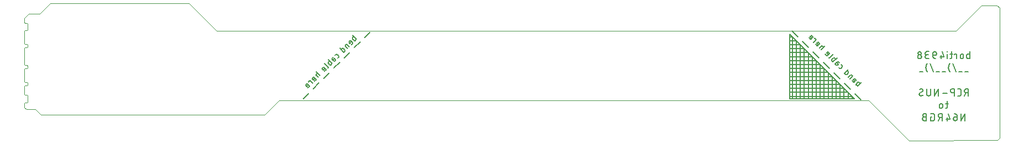
<source format=gbo>
G04 EAGLE Gerber X2 export*
%TF.Part,Single*%
%TF.FileFunction,Other,silk bottom*%
%TF.FilePolarity,Positive*%
%TF.GenerationSoftware,Autodesk,EAGLE,9.6.2*%
%TF.CreationDate,2020-07-07T11:07:30Z*%
G75*
%MOMM*%
%FSLAX34Y34*%
%LPD*%
%INsilk bottom*%
%AMOC8*
5,1,8,0,0,1.08239X$1,22.5*%
G01*
%ADD10C,0.000000*%
%ADD11C,0.152400*%
%ADD12C,0.203200*%


D10*
X0Y-23000D02*
X3000Y-26000D01*
X17000Y-26000D01*
X39750Y136500D02*
X252500Y136500D01*
X39750Y136500D02*
X23750Y120500D01*
X7000Y120500D01*
X0Y113500D01*
X0Y107500D01*
X0Y94000D02*
X0Y75000D01*
X1000Y74000D01*
X4000Y74000D01*
X5000Y73000D01*
X5000Y70000D02*
X4000Y69000D01*
X1000Y69000D01*
X0Y68000D01*
X5000Y70000D02*
X5000Y73000D01*
X0Y68000D02*
X0Y42500D01*
X1000Y41500D01*
X4000Y41500D01*
X5000Y40500D01*
X5000Y37500D02*
X4000Y36500D01*
X1000Y36500D01*
X0Y35500D01*
X5000Y37500D02*
X5000Y40500D01*
X0Y-16500D02*
X0Y-23000D01*
X0Y-3000D02*
X0Y9500D01*
X0Y16500D02*
X0Y35500D01*
X0Y-3000D02*
X1000Y-4000D01*
X4000Y-4000D02*
X5000Y-5000D01*
X4000Y-4000D02*
X1000Y-4000D01*
X5000Y-5000D02*
X5000Y-14500D01*
X4000Y-15500D01*
X1000Y-15500D01*
X0Y-16500D01*
X1000Y106500D02*
X0Y107500D01*
X1000Y106500D02*
X4000Y106500D01*
X5000Y105500D01*
X5000Y96000D01*
X4000Y95000D01*
X1000Y95000D01*
X0Y94000D01*
D11*
X502876Y87547D02*
X508982Y81440D01*
X507286Y79744D01*
X507286Y79743D02*
X507231Y79692D01*
X507174Y79643D01*
X507114Y79597D01*
X507052Y79554D01*
X506988Y79515D01*
X506921Y79479D01*
X506853Y79446D01*
X506784Y79418D01*
X506713Y79392D01*
X506640Y79371D01*
X506567Y79353D01*
X506493Y79340D01*
X506418Y79330D01*
X506343Y79324D01*
X506268Y79322D01*
X506193Y79324D01*
X506118Y79330D01*
X506043Y79340D01*
X505969Y79353D01*
X505896Y79371D01*
X505823Y79392D01*
X505752Y79418D01*
X505683Y79446D01*
X505615Y79479D01*
X505549Y79515D01*
X505484Y79554D01*
X505422Y79597D01*
X505362Y79643D01*
X505305Y79692D01*
X505251Y79743D01*
X505251Y79744D02*
X503215Y81779D01*
X503165Y81832D01*
X503118Y81888D01*
X503073Y81945D01*
X503031Y82005D01*
X502993Y82067D01*
X502958Y82131D01*
X502925Y82196D01*
X502897Y82263D01*
X502871Y82332D01*
X502850Y82401D01*
X502831Y82472D01*
X502817Y82543D01*
X502806Y82615D01*
X502798Y82688D01*
X502794Y82761D01*
X502794Y82833D01*
X502798Y82906D01*
X502806Y82979D01*
X502817Y83051D01*
X502831Y83122D01*
X502850Y83193D01*
X502871Y83262D01*
X502897Y83331D01*
X502925Y83398D01*
X502958Y83463D01*
X502993Y83527D01*
X503031Y83589D01*
X503073Y83649D01*
X503118Y83706D01*
X503165Y83762D01*
X503215Y83815D01*
X504911Y85511D01*
X502409Y74866D02*
X500713Y73170D01*
X502409Y74866D02*
X502459Y74919D01*
X502506Y74975D01*
X502551Y75032D01*
X502593Y75092D01*
X502631Y75154D01*
X502666Y75218D01*
X502699Y75283D01*
X502727Y75350D01*
X502753Y75419D01*
X502774Y75488D01*
X502793Y75559D01*
X502807Y75630D01*
X502818Y75702D01*
X502826Y75775D01*
X502830Y75848D01*
X502830Y75920D01*
X502826Y75993D01*
X502818Y76066D01*
X502807Y76138D01*
X502793Y76209D01*
X502774Y76280D01*
X502753Y76349D01*
X502727Y76418D01*
X502699Y76485D01*
X502666Y76550D01*
X502631Y76614D01*
X502593Y76676D01*
X502551Y76736D01*
X502506Y76793D01*
X502459Y76849D01*
X502409Y76902D01*
X500713Y78598D01*
X500650Y78658D01*
X500584Y78716D01*
X500516Y78770D01*
X500445Y78821D01*
X500372Y78869D01*
X500297Y78914D01*
X500219Y78955D01*
X500141Y78992D01*
X500060Y79026D01*
X499978Y79056D01*
X499895Y79083D01*
X499810Y79105D01*
X499725Y79124D01*
X499639Y79139D01*
X499552Y79150D01*
X499465Y79157D01*
X499378Y79160D01*
X499290Y79159D01*
X499203Y79154D01*
X499116Y79145D01*
X499030Y79132D01*
X498944Y79115D01*
X498859Y79095D01*
X498775Y79070D01*
X498693Y79042D01*
X498612Y79010D01*
X498532Y78974D01*
X498454Y78935D01*
X498378Y78892D01*
X498304Y78846D01*
X498232Y78796D01*
X498162Y78743D01*
X498095Y78687D01*
X498030Y78628D01*
X497969Y78567D01*
X497910Y78502D01*
X497854Y78435D01*
X497801Y78365D01*
X497751Y78293D01*
X497705Y78219D01*
X497662Y78143D01*
X497623Y78065D01*
X497587Y77985D01*
X497555Y77904D01*
X497527Y77822D01*
X497502Y77738D01*
X497482Y77653D01*
X497465Y77567D01*
X497452Y77481D01*
X497443Y77394D01*
X497438Y77307D01*
X497437Y77219D01*
X497440Y77132D01*
X497447Y77045D01*
X497458Y76958D01*
X497473Y76872D01*
X497492Y76787D01*
X497514Y76702D01*
X497541Y76619D01*
X497571Y76537D01*
X497605Y76457D01*
X497642Y76378D01*
X497683Y76300D01*
X497728Y76225D01*
X497776Y76152D01*
X497827Y76081D01*
X497881Y76013D01*
X497939Y75947D01*
X497999Y75884D01*
X498677Y75206D01*
X501391Y77920D01*
X497607Y70065D02*
X493536Y74136D01*
X491840Y72440D01*
X491789Y72385D01*
X491740Y72328D01*
X491694Y72268D01*
X491651Y72206D01*
X491612Y72142D01*
X491576Y72075D01*
X491543Y72007D01*
X491515Y71938D01*
X491489Y71867D01*
X491468Y71794D01*
X491450Y71721D01*
X491437Y71647D01*
X491427Y71572D01*
X491421Y71497D01*
X491419Y71422D01*
X491421Y71347D01*
X491427Y71272D01*
X491437Y71197D01*
X491450Y71123D01*
X491468Y71050D01*
X491489Y70977D01*
X491515Y70906D01*
X491543Y70837D01*
X491576Y70769D01*
X491612Y70703D01*
X491651Y70638D01*
X491694Y70576D01*
X491740Y70516D01*
X491789Y70459D01*
X491840Y70405D01*
X491840Y70404D02*
X494893Y67351D01*
X489122Y61580D02*
X483016Y67686D01*
X489122Y61580D02*
X490819Y63276D01*
X490869Y63329D01*
X490916Y63385D01*
X490961Y63442D01*
X491003Y63502D01*
X491041Y63564D01*
X491076Y63628D01*
X491109Y63693D01*
X491137Y63760D01*
X491163Y63829D01*
X491184Y63898D01*
X491203Y63969D01*
X491217Y64040D01*
X491228Y64112D01*
X491236Y64185D01*
X491240Y64258D01*
X491240Y64330D01*
X491236Y64403D01*
X491228Y64476D01*
X491217Y64548D01*
X491203Y64619D01*
X491184Y64690D01*
X491163Y64759D01*
X491137Y64828D01*
X491109Y64895D01*
X491076Y64960D01*
X491041Y65024D01*
X491003Y65086D01*
X490961Y65146D01*
X490916Y65203D01*
X490869Y65259D01*
X490819Y65312D01*
X490819Y65311D02*
X488783Y67347D01*
X488728Y67398D01*
X488671Y67447D01*
X488611Y67493D01*
X488549Y67536D01*
X488485Y67575D01*
X488418Y67611D01*
X488350Y67644D01*
X488281Y67672D01*
X488210Y67698D01*
X488137Y67719D01*
X488064Y67737D01*
X487990Y67750D01*
X487915Y67760D01*
X487840Y67766D01*
X487765Y67768D01*
X487690Y67766D01*
X487615Y67760D01*
X487540Y67750D01*
X487466Y67737D01*
X487393Y67719D01*
X487320Y67698D01*
X487249Y67672D01*
X487180Y67644D01*
X487112Y67611D01*
X487046Y67575D01*
X486981Y67536D01*
X486919Y67493D01*
X486859Y67447D01*
X486802Y67398D01*
X486747Y67347D01*
X485051Y65651D01*
X481492Y53950D02*
X480135Y52593D01*
X481493Y53949D02*
X481543Y54002D01*
X481590Y54058D01*
X481635Y54115D01*
X481677Y54175D01*
X481715Y54237D01*
X481750Y54301D01*
X481783Y54366D01*
X481811Y54433D01*
X481837Y54502D01*
X481858Y54571D01*
X481877Y54642D01*
X481891Y54713D01*
X481902Y54785D01*
X481910Y54858D01*
X481914Y54931D01*
X481914Y55003D01*
X481910Y55076D01*
X481902Y55149D01*
X481891Y55221D01*
X481877Y55292D01*
X481858Y55363D01*
X481837Y55432D01*
X481811Y55501D01*
X481783Y55568D01*
X481750Y55633D01*
X481715Y55697D01*
X481677Y55759D01*
X481635Y55819D01*
X481590Y55876D01*
X481543Y55932D01*
X481493Y55985D01*
X481492Y55985D02*
X479457Y58021D01*
X479402Y58072D01*
X479345Y58121D01*
X479285Y58167D01*
X479223Y58210D01*
X479159Y58249D01*
X479092Y58285D01*
X479024Y58318D01*
X478955Y58346D01*
X478884Y58372D01*
X478811Y58393D01*
X478738Y58411D01*
X478664Y58424D01*
X478589Y58434D01*
X478514Y58440D01*
X478439Y58442D01*
X478364Y58440D01*
X478289Y58434D01*
X478214Y58424D01*
X478140Y58411D01*
X478067Y58393D01*
X477994Y58372D01*
X477923Y58346D01*
X477854Y58318D01*
X477786Y58285D01*
X477720Y58249D01*
X477655Y58210D01*
X477593Y58167D01*
X477533Y58121D01*
X477476Y58072D01*
X477421Y58021D01*
X476064Y56664D01*
X474050Y51256D02*
X472523Y49730D01*
X474050Y51256D02*
X474108Y51312D01*
X474170Y51365D01*
X474234Y51415D01*
X474300Y51462D01*
X474368Y51506D01*
X474439Y51546D01*
X474511Y51583D01*
X474585Y51616D01*
X474661Y51646D01*
X474737Y51672D01*
X474816Y51694D01*
X474895Y51713D01*
X474974Y51727D01*
X475055Y51738D01*
X475136Y51745D01*
X475217Y51748D01*
X475298Y51747D01*
X475379Y51742D01*
X475459Y51733D01*
X475540Y51720D01*
X475619Y51704D01*
X475698Y51684D01*
X475775Y51659D01*
X475851Y51632D01*
X475926Y51600D01*
X475999Y51565D01*
X476071Y51526D01*
X476140Y51484D01*
X476207Y51439D01*
X476272Y51391D01*
X476335Y51339D01*
X476395Y51285D01*
X476453Y51227D01*
X476507Y51167D01*
X476559Y51104D01*
X476607Y51039D01*
X476652Y50972D01*
X476694Y50903D01*
X476733Y50831D01*
X476768Y50758D01*
X476800Y50683D01*
X476827Y50607D01*
X476852Y50530D01*
X476872Y50451D01*
X476888Y50372D01*
X476901Y50291D01*
X476910Y50211D01*
X476915Y50130D01*
X476916Y50049D01*
X476913Y49968D01*
X476906Y49887D01*
X476895Y49806D01*
X476881Y49727D01*
X476862Y49648D01*
X476840Y49569D01*
X476814Y49493D01*
X476784Y49417D01*
X476751Y49343D01*
X476714Y49271D01*
X476674Y49200D01*
X476630Y49132D01*
X476583Y49066D01*
X476533Y49002D01*
X476480Y48940D01*
X476424Y48882D01*
X474898Y47355D01*
X471844Y50408D01*
X471794Y50461D01*
X471747Y50517D01*
X471702Y50574D01*
X471660Y50634D01*
X471622Y50696D01*
X471587Y50760D01*
X471554Y50825D01*
X471526Y50892D01*
X471500Y50961D01*
X471479Y51030D01*
X471460Y51101D01*
X471446Y51172D01*
X471435Y51244D01*
X471427Y51317D01*
X471423Y51390D01*
X471423Y51462D01*
X471427Y51535D01*
X471435Y51608D01*
X471446Y51680D01*
X471460Y51751D01*
X471479Y51822D01*
X471500Y51891D01*
X471526Y51960D01*
X471554Y52027D01*
X471587Y52092D01*
X471622Y52156D01*
X471660Y52218D01*
X471702Y52278D01*
X471747Y52335D01*
X471794Y52391D01*
X471845Y52444D01*
X471844Y52444D02*
X473201Y53801D01*
X465375Y50045D02*
X471481Y43938D01*
X469785Y42242D01*
X469730Y42191D01*
X469673Y42142D01*
X469613Y42096D01*
X469551Y42053D01*
X469487Y42014D01*
X469420Y41978D01*
X469352Y41945D01*
X469283Y41917D01*
X469212Y41891D01*
X469139Y41870D01*
X469066Y41852D01*
X468992Y41839D01*
X468917Y41829D01*
X468842Y41823D01*
X468767Y41821D01*
X468692Y41823D01*
X468617Y41829D01*
X468542Y41839D01*
X468468Y41852D01*
X468395Y41870D01*
X468322Y41891D01*
X468251Y41917D01*
X468182Y41945D01*
X468114Y41978D01*
X468048Y42014D01*
X467983Y42053D01*
X467921Y42096D01*
X467861Y42142D01*
X467804Y42191D01*
X467750Y42242D01*
X465714Y44278D01*
X465714Y44277D02*
X465664Y44330D01*
X465617Y44386D01*
X465572Y44443D01*
X465530Y44503D01*
X465492Y44565D01*
X465457Y44629D01*
X465424Y44694D01*
X465396Y44761D01*
X465370Y44830D01*
X465349Y44899D01*
X465330Y44970D01*
X465316Y45041D01*
X465305Y45113D01*
X465297Y45186D01*
X465293Y45259D01*
X465293Y45331D01*
X465297Y45404D01*
X465305Y45477D01*
X465316Y45549D01*
X465330Y45620D01*
X465349Y45691D01*
X465370Y45760D01*
X465396Y45829D01*
X465424Y45896D01*
X465457Y45961D01*
X465492Y46025D01*
X465530Y46087D01*
X465572Y46147D01*
X465617Y46204D01*
X465664Y46260D01*
X465714Y46313D01*
X467410Y48010D01*
X459792Y44462D02*
X464881Y39373D01*
X464932Y39318D01*
X464981Y39261D01*
X465027Y39201D01*
X465070Y39139D01*
X465109Y39075D01*
X465145Y39008D01*
X465178Y38940D01*
X465206Y38871D01*
X465232Y38800D01*
X465253Y38727D01*
X465271Y38654D01*
X465284Y38580D01*
X465294Y38505D01*
X465300Y38430D01*
X465302Y38355D01*
X465300Y38280D01*
X465294Y38205D01*
X465284Y38130D01*
X465271Y38056D01*
X465253Y37983D01*
X465232Y37910D01*
X465206Y37839D01*
X465178Y37770D01*
X465145Y37702D01*
X465109Y37636D01*
X465070Y37571D01*
X465027Y37509D01*
X464981Y37449D01*
X464932Y37392D01*
X464881Y37337D01*
X461460Y33917D02*
X459763Y32220D01*
X461460Y33916D02*
X461510Y33969D01*
X461557Y34025D01*
X461602Y34082D01*
X461644Y34142D01*
X461682Y34204D01*
X461717Y34268D01*
X461750Y34333D01*
X461778Y34400D01*
X461804Y34469D01*
X461825Y34538D01*
X461844Y34609D01*
X461858Y34680D01*
X461869Y34752D01*
X461877Y34825D01*
X461881Y34898D01*
X461881Y34970D01*
X461877Y35043D01*
X461869Y35116D01*
X461858Y35188D01*
X461844Y35259D01*
X461825Y35330D01*
X461804Y35399D01*
X461778Y35468D01*
X461750Y35535D01*
X461717Y35600D01*
X461682Y35664D01*
X461644Y35726D01*
X461602Y35786D01*
X461557Y35843D01*
X461510Y35899D01*
X461460Y35952D01*
X459763Y37648D01*
X459700Y37708D01*
X459634Y37766D01*
X459566Y37820D01*
X459495Y37871D01*
X459422Y37919D01*
X459347Y37964D01*
X459269Y38005D01*
X459191Y38042D01*
X459110Y38076D01*
X459028Y38106D01*
X458945Y38133D01*
X458860Y38155D01*
X458775Y38174D01*
X458689Y38189D01*
X458602Y38200D01*
X458515Y38207D01*
X458428Y38210D01*
X458340Y38209D01*
X458253Y38204D01*
X458166Y38195D01*
X458080Y38182D01*
X457994Y38165D01*
X457909Y38145D01*
X457825Y38120D01*
X457743Y38092D01*
X457662Y38060D01*
X457582Y38024D01*
X457504Y37985D01*
X457428Y37942D01*
X457354Y37896D01*
X457282Y37846D01*
X457212Y37793D01*
X457145Y37737D01*
X457080Y37678D01*
X457019Y37617D01*
X456960Y37552D01*
X456904Y37485D01*
X456851Y37415D01*
X456801Y37343D01*
X456755Y37269D01*
X456712Y37193D01*
X456673Y37115D01*
X456637Y37035D01*
X456605Y36954D01*
X456577Y36872D01*
X456552Y36788D01*
X456532Y36703D01*
X456515Y36617D01*
X456502Y36531D01*
X456493Y36444D01*
X456488Y36357D01*
X456487Y36269D01*
X456490Y36182D01*
X456497Y36095D01*
X456508Y36008D01*
X456523Y35922D01*
X456542Y35837D01*
X456564Y35752D01*
X456591Y35669D01*
X456621Y35587D01*
X456655Y35507D01*
X456692Y35428D01*
X456733Y35350D01*
X456778Y35275D01*
X456826Y35202D01*
X456877Y35131D01*
X456931Y35063D01*
X456989Y34997D01*
X457049Y34934D01*
X457728Y34256D01*
X460442Y36970D01*
X453210Y25667D02*
X447103Y31773D01*
X449139Y29738D02*
X447442Y28041D01*
X447442Y28042D02*
X447391Y27987D01*
X447342Y27930D01*
X447296Y27870D01*
X447253Y27808D01*
X447214Y27744D01*
X447178Y27677D01*
X447145Y27609D01*
X447117Y27540D01*
X447091Y27469D01*
X447070Y27396D01*
X447052Y27323D01*
X447039Y27249D01*
X447029Y27174D01*
X447023Y27099D01*
X447021Y27024D01*
X447023Y26949D01*
X447029Y26874D01*
X447039Y26799D01*
X447052Y26725D01*
X447070Y26652D01*
X447091Y26579D01*
X447117Y26508D01*
X447145Y26439D01*
X447178Y26371D01*
X447214Y26305D01*
X447253Y26240D01*
X447296Y26178D01*
X447342Y26118D01*
X447391Y26061D01*
X447442Y26007D01*
X447442Y26006D02*
X450496Y22953D01*
X446373Y18830D02*
X444677Y17133D01*
X446373Y18829D02*
X446423Y18882D01*
X446470Y18938D01*
X446515Y18995D01*
X446557Y19055D01*
X446595Y19117D01*
X446630Y19181D01*
X446663Y19246D01*
X446691Y19313D01*
X446717Y19382D01*
X446738Y19451D01*
X446757Y19522D01*
X446771Y19593D01*
X446782Y19665D01*
X446790Y19738D01*
X446794Y19811D01*
X446794Y19883D01*
X446790Y19956D01*
X446782Y20029D01*
X446771Y20101D01*
X446757Y20172D01*
X446738Y20243D01*
X446717Y20312D01*
X446691Y20381D01*
X446663Y20448D01*
X446630Y20513D01*
X446595Y20577D01*
X446557Y20639D01*
X446515Y20699D01*
X446470Y20756D01*
X446423Y20812D01*
X446373Y20865D01*
X444677Y22561D01*
X444614Y22621D01*
X444548Y22679D01*
X444480Y22733D01*
X444409Y22784D01*
X444336Y22832D01*
X444261Y22877D01*
X444183Y22918D01*
X444105Y22955D01*
X444024Y22989D01*
X443942Y23019D01*
X443859Y23046D01*
X443774Y23068D01*
X443689Y23087D01*
X443603Y23102D01*
X443516Y23113D01*
X443429Y23120D01*
X443342Y23123D01*
X443254Y23122D01*
X443167Y23117D01*
X443080Y23108D01*
X442994Y23095D01*
X442908Y23078D01*
X442823Y23058D01*
X442739Y23033D01*
X442657Y23005D01*
X442576Y22973D01*
X442496Y22937D01*
X442418Y22898D01*
X442342Y22855D01*
X442268Y22809D01*
X442196Y22759D01*
X442126Y22706D01*
X442059Y22650D01*
X441994Y22591D01*
X441933Y22530D01*
X441874Y22465D01*
X441818Y22398D01*
X441765Y22328D01*
X441715Y22256D01*
X441669Y22182D01*
X441626Y22106D01*
X441587Y22028D01*
X441551Y21948D01*
X441519Y21867D01*
X441491Y21785D01*
X441466Y21701D01*
X441446Y21616D01*
X441429Y21530D01*
X441416Y21444D01*
X441407Y21357D01*
X441402Y21270D01*
X441401Y21182D01*
X441404Y21095D01*
X441411Y21008D01*
X441422Y20921D01*
X441437Y20835D01*
X441456Y20750D01*
X441478Y20665D01*
X441505Y20582D01*
X441535Y20500D01*
X441569Y20420D01*
X441606Y20341D01*
X441647Y20263D01*
X441692Y20188D01*
X441740Y20115D01*
X441791Y20044D01*
X441845Y19976D01*
X441903Y19910D01*
X441963Y19847D01*
X442641Y19169D01*
X445355Y21883D01*
X441517Y13974D02*
X437446Y18045D01*
X435411Y16010D01*
X436089Y15331D01*
X436243Y8700D02*
X434547Y7004D01*
X436244Y8700D02*
X436294Y8753D01*
X436341Y8809D01*
X436386Y8866D01*
X436428Y8926D01*
X436466Y8988D01*
X436501Y9052D01*
X436534Y9117D01*
X436562Y9184D01*
X436588Y9253D01*
X436609Y9322D01*
X436628Y9393D01*
X436642Y9464D01*
X436653Y9536D01*
X436661Y9609D01*
X436665Y9682D01*
X436665Y9754D01*
X436661Y9827D01*
X436653Y9900D01*
X436642Y9972D01*
X436628Y10043D01*
X436609Y10114D01*
X436588Y10183D01*
X436562Y10252D01*
X436534Y10319D01*
X436501Y10384D01*
X436466Y10448D01*
X436428Y10510D01*
X436386Y10570D01*
X436341Y10627D01*
X436294Y10683D01*
X436244Y10736D01*
X436243Y10735D02*
X434547Y12432D01*
X434485Y12491D01*
X434420Y12548D01*
X434353Y12602D01*
X434283Y12652D01*
X434211Y12700D01*
X434137Y12744D01*
X434061Y12785D01*
X433984Y12822D01*
X433904Y12856D01*
X433824Y12886D01*
X433742Y12913D01*
X433659Y12936D01*
X433575Y12955D01*
X433490Y12970D01*
X433405Y12982D01*
X433319Y12990D01*
X433233Y12994D01*
X433147Y12994D01*
X433061Y12990D01*
X432975Y12982D01*
X432890Y12970D01*
X432805Y12955D01*
X432721Y12936D01*
X432638Y12913D01*
X432556Y12886D01*
X432476Y12856D01*
X432396Y12822D01*
X432319Y12785D01*
X432243Y12744D01*
X432169Y12700D01*
X432097Y12652D01*
X432027Y12602D01*
X431960Y12548D01*
X431895Y12491D01*
X431833Y12432D01*
X431774Y12370D01*
X431717Y12305D01*
X431663Y12238D01*
X431613Y12168D01*
X431565Y12096D01*
X431521Y12022D01*
X431480Y11946D01*
X431443Y11869D01*
X431409Y11789D01*
X431379Y11709D01*
X431352Y11627D01*
X431329Y11544D01*
X431310Y11460D01*
X431295Y11375D01*
X431283Y11290D01*
X431275Y11204D01*
X431271Y11118D01*
X431271Y11032D01*
X431275Y10946D01*
X431283Y10860D01*
X431295Y10775D01*
X431310Y10690D01*
X431329Y10606D01*
X431352Y10523D01*
X431379Y10441D01*
X431409Y10361D01*
X431443Y10281D01*
X431480Y10204D01*
X431521Y10128D01*
X431565Y10054D01*
X431613Y9982D01*
X431663Y9912D01*
X431717Y9845D01*
X431774Y9780D01*
X431833Y9718D01*
X432511Y9039D01*
X435225Y11753D01*
D10*
X294500Y94500D02*
X252500Y136500D01*
X294500Y94500D02*
X1427610Y94500D01*
X1466610Y133500D01*
X1490010Y133500D01*
X1494000Y129500D01*
X1494000Y-70000D01*
X1490500Y-73500D01*
X1355000Y-74000D01*
X1293500Y-12500D01*
X390500Y-12000D01*
X368000Y-34500D01*
X25500Y-34500D01*
D11*
X521484Y84284D02*
X530120Y92920D01*
X514413Y77213D02*
X505776Y68576D01*
X498705Y61505D02*
X490069Y52869D01*
X482998Y45798D02*
X474362Y37162D01*
X467291Y30091D02*
X458655Y21455D01*
X451584Y14384D02*
X442947Y5747D01*
X435876Y-1324D02*
X427240Y-9960D01*
X1272701Y-2171D02*
X1281700Y-11170D01*
X1265630Y4900D02*
X1256631Y13899D01*
X1249560Y20970D02*
X1240561Y29969D01*
X1233490Y37040D02*
X1224490Y46040D01*
X1217419Y53111D02*
X1208420Y62110D01*
X1201349Y69181D02*
X1192350Y78180D01*
X1185279Y85251D02*
X1176280Y94250D01*
X1172270Y-10160D02*
X1271330Y-10160D01*
X1172270Y-10160D02*
X1172270Y88900D01*
X1271330Y-10160D01*
X1267266Y-6096D02*
X1172270Y-6096D01*
X1172270Y0D02*
X1261170Y0D01*
X1255074Y6096D02*
X1172270Y6096D01*
X1172270Y12192D02*
X1248978Y12192D01*
X1242882Y18288D02*
X1172270Y18288D01*
X1172270Y24384D02*
X1236786Y24384D01*
X1230690Y30480D02*
X1172270Y30480D01*
X1172270Y36576D02*
X1224594Y36576D01*
X1218498Y42672D02*
X1172270Y42672D01*
X1172270Y48768D02*
X1212402Y48768D01*
X1206306Y54864D02*
X1172270Y54864D01*
X1172270Y60960D02*
X1200210Y60960D01*
X1194114Y67056D02*
X1172270Y67056D01*
X1172270Y73152D02*
X1188018Y73152D01*
X1181922Y79248D02*
X1172270Y79248D01*
X1172270Y85344D02*
X1175826Y85344D01*
X1176528Y84642D02*
X1176528Y-10160D01*
X1182624Y-10160D02*
X1182624Y78546D01*
X1188720Y72450D02*
X1188720Y-10160D01*
X1194816Y-10160D02*
X1194816Y66354D01*
X1200912Y60258D02*
X1200912Y-10160D01*
X1207008Y-10160D02*
X1207008Y54162D01*
X1213104Y48066D02*
X1213104Y-10160D01*
X1219200Y-10160D02*
X1219200Y41970D01*
X1225296Y35874D02*
X1225296Y-10160D01*
X1231392Y-10160D02*
X1231392Y29778D01*
X1237488Y23682D02*
X1237488Y-10160D01*
X1243584Y-10160D02*
X1243584Y17586D01*
X1249680Y11490D02*
X1249680Y-10160D01*
X1255776Y-10160D02*
X1255776Y5394D01*
X1261872Y-702D02*
X1261872Y-10160D01*
X1267968Y-10160D02*
X1267968Y-6798D01*
X1276340Y9418D02*
X1282447Y15524D01*
X1276340Y9418D02*
X1274644Y11114D01*
X1274593Y11169D01*
X1274544Y11226D01*
X1274498Y11286D01*
X1274455Y11348D01*
X1274416Y11412D01*
X1274380Y11479D01*
X1274347Y11547D01*
X1274319Y11616D01*
X1274293Y11687D01*
X1274272Y11760D01*
X1274254Y11833D01*
X1274241Y11907D01*
X1274231Y11982D01*
X1274225Y12057D01*
X1274223Y12132D01*
X1274225Y12207D01*
X1274231Y12282D01*
X1274241Y12357D01*
X1274254Y12431D01*
X1274272Y12504D01*
X1274293Y12577D01*
X1274319Y12648D01*
X1274347Y12717D01*
X1274380Y12785D01*
X1274416Y12851D01*
X1274455Y12916D01*
X1274498Y12978D01*
X1274544Y13038D01*
X1274593Y13095D01*
X1274644Y13149D01*
X1276679Y15185D01*
X1276732Y15235D01*
X1276788Y15282D01*
X1276845Y15327D01*
X1276905Y15369D01*
X1276967Y15407D01*
X1277031Y15442D01*
X1277096Y15475D01*
X1277163Y15503D01*
X1277232Y15529D01*
X1277301Y15550D01*
X1277372Y15569D01*
X1277443Y15583D01*
X1277515Y15594D01*
X1277588Y15602D01*
X1277661Y15606D01*
X1277733Y15606D01*
X1277806Y15602D01*
X1277879Y15594D01*
X1277951Y15583D01*
X1278022Y15569D01*
X1278093Y15550D01*
X1278162Y15529D01*
X1278231Y15503D01*
X1278298Y15475D01*
X1278363Y15442D01*
X1278427Y15407D01*
X1278489Y15369D01*
X1278549Y15327D01*
X1278606Y15282D01*
X1278662Y15235D01*
X1278715Y15185D01*
X1280411Y13489D01*
X1269767Y15991D02*
X1268070Y17687D01*
X1269766Y15991D02*
X1269819Y15941D01*
X1269875Y15894D01*
X1269932Y15849D01*
X1269992Y15807D01*
X1270054Y15769D01*
X1270118Y15734D01*
X1270183Y15701D01*
X1270250Y15673D01*
X1270319Y15647D01*
X1270388Y15626D01*
X1270459Y15607D01*
X1270530Y15593D01*
X1270602Y15582D01*
X1270675Y15574D01*
X1270748Y15570D01*
X1270820Y15570D01*
X1270893Y15574D01*
X1270966Y15582D01*
X1271038Y15593D01*
X1271109Y15607D01*
X1271180Y15626D01*
X1271249Y15647D01*
X1271318Y15673D01*
X1271385Y15701D01*
X1271450Y15734D01*
X1271514Y15769D01*
X1271576Y15807D01*
X1271636Y15849D01*
X1271693Y15894D01*
X1271749Y15941D01*
X1271802Y15991D01*
X1273498Y17687D01*
X1273557Y17749D01*
X1273614Y17814D01*
X1273668Y17881D01*
X1273718Y17951D01*
X1273766Y18023D01*
X1273810Y18097D01*
X1273851Y18173D01*
X1273888Y18250D01*
X1273922Y18330D01*
X1273952Y18410D01*
X1273979Y18492D01*
X1274002Y18575D01*
X1274021Y18659D01*
X1274036Y18744D01*
X1274048Y18829D01*
X1274056Y18915D01*
X1274060Y19001D01*
X1274060Y19087D01*
X1274056Y19173D01*
X1274048Y19259D01*
X1274036Y19344D01*
X1274021Y19429D01*
X1274002Y19513D01*
X1273979Y19596D01*
X1273952Y19678D01*
X1273922Y19758D01*
X1273888Y19838D01*
X1273851Y19915D01*
X1273810Y19991D01*
X1273766Y20065D01*
X1273718Y20137D01*
X1273668Y20207D01*
X1273614Y20274D01*
X1273557Y20339D01*
X1273498Y20401D01*
X1273436Y20460D01*
X1273371Y20517D01*
X1273304Y20571D01*
X1273234Y20621D01*
X1273162Y20669D01*
X1273088Y20713D01*
X1273012Y20754D01*
X1272935Y20791D01*
X1272855Y20825D01*
X1272775Y20855D01*
X1272693Y20882D01*
X1272610Y20905D01*
X1272526Y20924D01*
X1272441Y20939D01*
X1272356Y20951D01*
X1272270Y20959D01*
X1272184Y20963D01*
X1272098Y20963D01*
X1272012Y20959D01*
X1271926Y20951D01*
X1271841Y20939D01*
X1271756Y20924D01*
X1271672Y20905D01*
X1271589Y20882D01*
X1271507Y20855D01*
X1271427Y20825D01*
X1271347Y20791D01*
X1271270Y20754D01*
X1271194Y20713D01*
X1271120Y20669D01*
X1271048Y20621D01*
X1270978Y20571D01*
X1270911Y20517D01*
X1270846Y20460D01*
X1270784Y20401D01*
X1270106Y19723D01*
X1272820Y17009D01*
X1264965Y20793D02*
X1269036Y24864D01*
X1267340Y26560D01*
X1267285Y26611D01*
X1267228Y26660D01*
X1267168Y26706D01*
X1267106Y26749D01*
X1267042Y26788D01*
X1266975Y26824D01*
X1266907Y26857D01*
X1266838Y26885D01*
X1266767Y26911D01*
X1266694Y26932D01*
X1266621Y26950D01*
X1266547Y26963D01*
X1266472Y26973D01*
X1266397Y26979D01*
X1266322Y26981D01*
X1266247Y26979D01*
X1266172Y26973D01*
X1266097Y26963D01*
X1266023Y26950D01*
X1265950Y26932D01*
X1265877Y26911D01*
X1265806Y26885D01*
X1265737Y26857D01*
X1265669Y26824D01*
X1265603Y26788D01*
X1265538Y26749D01*
X1265476Y26706D01*
X1265416Y26660D01*
X1265359Y26611D01*
X1265305Y26560D01*
X1265304Y26560D02*
X1262251Y23507D01*
X1256480Y29278D02*
X1262586Y35384D01*
X1256480Y29278D02*
X1258176Y27582D01*
X1258176Y27581D02*
X1258229Y27531D01*
X1258285Y27484D01*
X1258342Y27439D01*
X1258402Y27397D01*
X1258464Y27359D01*
X1258528Y27324D01*
X1258593Y27291D01*
X1258660Y27263D01*
X1258729Y27237D01*
X1258798Y27216D01*
X1258869Y27197D01*
X1258940Y27183D01*
X1259012Y27172D01*
X1259085Y27164D01*
X1259158Y27160D01*
X1259230Y27160D01*
X1259303Y27164D01*
X1259376Y27172D01*
X1259448Y27183D01*
X1259519Y27197D01*
X1259590Y27216D01*
X1259659Y27237D01*
X1259728Y27263D01*
X1259795Y27291D01*
X1259860Y27324D01*
X1259924Y27359D01*
X1259986Y27397D01*
X1260046Y27439D01*
X1260103Y27484D01*
X1260159Y27531D01*
X1260212Y27581D01*
X1260212Y27582D02*
X1262247Y29617D01*
X1262298Y29672D01*
X1262347Y29729D01*
X1262393Y29789D01*
X1262436Y29851D01*
X1262475Y29916D01*
X1262511Y29982D01*
X1262544Y30050D01*
X1262572Y30119D01*
X1262598Y30190D01*
X1262619Y30263D01*
X1262637Y30336D01*
X1262650Y30410D01*
X1262660Y30485D01*
X1262666Y30560D01*
X1262668Y30635D01*
X1262666Y30710D01*
X1262660Y30785D01*
X1262650Y30860D01*
X1262637Y30934D01*
X1262619Y31007D01*
X1262598Y31080D01*
X1262572Y31151D01*
X1262544Y31220D01*
X1262511Y31288D01*
X1262475Y31355D01*
X1262436Y31419D01*
X1262393Y31481D01*
X1262347Y31541D01*
X1262298Y31598D01*
X1262247Y31653D01*
X1260551Y33349D01*
X1248850Y36908D02*
X1247493Y38265D01*
X1248850Y36907D02*
X1248903Y36857D01*
X1248959Y36810D01*
X1249016Y36765D01*
X1249076Y36723D01*
X1249138Y36685D01*
X1249202Y36650D01*
X1249267Y36617D01*
X1249334Y36589D01*
X1249403Y36563D01*
X1249472Y36542D01*
X1249543Y36523D01*
X1249614Y36509D01*
X1249686Y36498D01*
X1249759Y36490D01*
X1249832Y36486D01*
X1249904Y36486D01*
X1249977Y36490D01*
X1250050Y36498D01*
X1250122Y36509D01*
X1250193Y36523D01*
X1250264Y36542D01*
X1250333Y36563D01*
X1250402Y36589D01*
X1250469Y36617D01*
X1250534Y36650D01*
X1250598Y36685D01*
X1250660Y36723D01*
X1250720Y36765D01*
X1250777Y36810D01*
X1250833Y36857D01*
X1250886Y36907D01*
X1250885Y36908D02*
X1252921Y38943D01*
X1252972Y38998D01*
X1253021Y39055D01*
X1253067Y39115D01*
X1253110Y39177D01*
X1253149Y39242D01*
X1253185Y39308D01*
X1253218Y39376D01*
X1253246Y39445D01*
X1253272Y39516D01*
X1253293Y39589D01*
X1253311Y39662D01*
X1253324Y39736D01*
X1253334Y39811D01*
X1253340Y39886D01*
X1253342Y39961D01*
X1253340Y40036D01*
X1253334Y40111D01*
X1253324Y40186D01*
X1253311Y40260D01*
X1253293Y40333D01*
X1253272Y40406D01*
X1253246Y40477D01*
X1253218Y40546D01*
X1253185Y40614D01*
X1253149Y40681D01*
X1253110Y40745D01*
X1253067Y40807D01*
X1253021Y40867D01*
X1252972Y40924D01*
X1252921Y40979D01*
X1251564Y42336D01*
X1246157Y44350D02*
X1244630Y45877D01*
X1246156Y44350D02*
X1246212Y44291D01*
X1246265Y44230D01*
X1246315Y44166D01*
X1246362Y44100D01*
X1246406Y44032D01*
X1246446Y43961D01*
X1246483Y43889D01*
X1246516Y43815D01*
X1246546Y43739D01*
X1246572Y43663D01*
X1246594Y43584D01*
X1246613Y43505D01*
X1246627Y43426D01*
X1246638Y43345D01*
X1246645Y43264D01*
X1246648Y43183D01*
X1246647Y43102D01*
X1246642Y43021D01*
X1246633Y42940D01*
X1246620Y42860D01*
X1246604Y42781D01*
X1246584Y42702D01*
X1246559Y42625D01*
X1246532Y42549D01*
X1246500Y42474D01*
X1246465Y42401D01*
X1246426Y42329D01*
X1246384Y42260D01*
X1246339Y42193D01*
X1246291Y42128D01*
X1246239Y42065D01*
X1246185Y42005D01*
X1246127Y41947D01*
X1246067Y41893D01*
X1246004Y41841D01*
X1245939Y41793D01*
X1245872Y41748D01*
X1245803Y41706D01*
X1245731Y41667D01*
X1245658Y41632D01*
X1245583Y41600D01*
X1245507Y41573D01*
X1245430Y41548D01*
X1245351Y41528D01*
X1245272Y41512D01*
X1245192Y41499D01*
X1245111Y41490D01*
X1245030Y41485D01*
X1244949Y41484D01*
X1244868Y41487D01*
X1244787Y41494D01*
X1244706Y41505D01*
X1244627Y41519D01*
X1244548Y41538D01*
X1244469Y41560D01*
X1244393Y41586D01*
X1244317Y41616D01*
X1244243Y41649D01*
X1244171Y41686D01*
X1244100Y41726D01*
X1244032Y41770D01*
X1243966Y41817D01*
X1243902Y41867D01*
X1243841Y41920D01*
X1243782Y41976D01*
X1242255Y43502D01*
X1245309Y46556D01*
X1245308Y46556D02*
X1245361Y46606D01*
X1245417Y46653D01*
X1245474Y46698D01*
X1245534Y46740D01*
X1245596Y46778D01*
X1245660Y46813D01*
X1245725Y46846D01*
X1245792Y46874D01*
X1245861Y46900D01*
X1245930Y46921D01*
X1246001Y46940D01*
X1246072Y46954D01*
X1246144Y46965D01*
X1246217Y46973D01*
X1246290Y46977D01*
X1246362Y46977D01*
X1246435Y46973D01*
X1246508Y46965D01*
X1246580Y46954D01*
X1246651Y46940D01*
X1246722Y46921D01*
X1246791Y46900D01*
X1246860Y46874D01*
X1246927Y46846D01*
X1246992Y46813D01*
X1247056Y46778D01*
X1247118Y46740D01*
X1247178Y46698D01*
X1247235Y46653D01*
X1247291Y46606D01*
X1247344Y46555D01*
X1247344Y46556D02*
X1248701Y45199D01*
X1244946Y53025D02*
X1238839Y46919D01*
X1237143Y48615D01*
X1237092Y48670D01*
X1237043Y48727D01*
X1236997Y48787D01*
X1236954Y48849D01*
X1236915Y48913D01*
X1236879Y48980D01*
X1236846Y49048D01*
X1236818Y49117D01*
X1236792Y49188D01*
X1236771Y49261D01*
X1236753Y49334D01*
X1236740Y49408D01*
X1236730Y49483D01*
X1236724Y49558D01*
X1236722Y49633D01*
X1236724Y49708D01*
X1236730Y49783D01*
X1236740Y49858D01*
X1236753Y49932D01*
X1236771Y50005D01*
X1236792Y50078D01*
X1236818Y50149D01*
X1236846Y50218D01*
X1236879Y50286D01*
X1236915Y50352D01*
X1236954Y50417D01*
X1236997Y50479D01*
X1237043Y50539D01*
X1237092Y50596D01*
X1237143Y50650D01*
X1239178Y52686D01*
X1239231Y52736D01*
X1239287Y52783D01*
X1239344Y52828D01*
X1239404Y52870D01*
X1239466Y52908D01*
X1239530Y52943D01*
X1239595Y52976D01*
X1239662Y53004D01*
X1239731Y53030D01*
X1239800Y53051D01*
X1239871Y53070D01*
X1239942Y53084D01*
X1240014Y53095D01*
X1240087Y53103D01*
X1240160Y53107D01*
X1240232Y53107D01*
X1240305Y53103D01*
X1240378Y53095D01*
X1240450Y53084D01*
X1240521Y53070D01*
X1240592Y53051D01*
X1240661Y53030D01*
X1240730Y53004D01*
X1240797Y52976D01*
X1240862Y52943D01*
X1240926Y52908D01*
X1240988Y52870D01*
X1241048Y52828D01*
X1241105Y52783D01*
X1241161Y52736D01*
X1241214Y52686D01*
X1242910Y50990D01*
X1239363Y58608D02*
X1234274Y53519D01*
X1234219Y53468D01*
X1234162Y53419D01*
X1234102Y53373D01*
X1234040Y53330D01*
X1233976Y53291D01*
X1233909Y53255D01*
X1233841Y53222D01*
X1233772Y53194D01*
X1233701Y53168D01*
X1233628Y53147D01*
X1233555Y53129D01*
X1233481Y53116D01*
X1233406Y53106D01*
X1233331Y53100D01*
X1233256Y53098D01*
X1233181Y53100D01*
X1233106Y53106D01*
X1233031Y53116D01*
X1232957Y53129D01*
X1232884Y53147D01*
X1232811Y53168D01*
X1232740Y53194D01*
X1232671Y53222D01*
X1232603Y53255D01*
X1232537Y53291D01*
X1232472Y53330D01*
X1232410Y53373D01*
X1232350Y53419D01*
X1232293Y53468D01*
X1232238Y53519D01*
X1228817Y56941D02*
X1227121Y58637D01*
X1228817Y56940D02*
X1228870Y56890D01*
X1228926Y56843D01*
X1228983Y56798D01*
X1229043Y56756D01*
X1229105Y56718D01*
X1229169Y56683D01*
X1229234Y56650D01*
X1229301Y56622D01*
X1229370Y56596D01*
X1229439Y56575D01*
X1229510Y56556D01*
X1229581Y56542D01*
X1229653Y56531D01*
X1229726Y56523D01*
X1229799Y56519D01*
X1229871Y56519D01*
X1229944Y56523D01*
X1230017Y56531D01*
X1230089Y56542D01*
X1230160Y56556D01*
X1230231Y56575D01*
X1230300Y56596D01*
X1230369Y56622D01*
X1230436Y56650D01*
X1230501Y56683D01*
X1230565Y56718D01*
X1230627Y56756D01*
X1230687Y56798D01*
X1230744Y56843D01*
X1230800Y56890D01*
X1230853Y56940D01*
X1230853Y56941D02*
X1232549Y58637D01*
X1232608Y58699D01*
X1232665Y58764D01*
X1232719Y58831D01*
X1232769Y58901D01*
X1232817Y58973D01*
X1232861Y59047D01*
X1232902Y59123D01*
X1232939Y59200D01*
X1232973Y59280D01*
X1233003Y59360D01*
X1233030Y59442D01*
X1233053Y59525D01*
X1233072Y59609D01*
X1233087Y59694D01*
X1233099Y59779D01*
X1233107Y59865D01*
X1233111Y59951D01*
X1233111Y60037D01*
X1233107Y60123D01*
X1233099Y60209D01*
X1233087Y60294D01*
X1233072Y60379D01*
X1233053Y60463D01*
X1233030Y60546D01*
X1233003Y60628D01*
X1232973Y60708D01*
X1232939Y60788D01*
X1232902Y60865D01*
X1232861Y60941D01*
X1232817Y61015D01*
X1232769Y61087D01*
X1232719Y61157D01*
X1232665Y61224D01*
X1232608Y61289D01*
X1232549Y61351D01*
X1232487Y61410D01*
X1232422Y61467D01*
X1232355Y61521D01*
X1232285Y61571D01*
X1232213Y61619D01*
X1232139Y61663D01*
X1232063Y61704D01*
X1231986Y61741D01*
X1231906Y61775D01*
X1231826Y61805D01*
X1231744Y61832D01*
X1231661Y61855D01*
X1231577Y61874D01*
X1231492Y61889D01*
X1231407Y61901D01*
X1231321Y61909D01*
X1231235Y61913D01*
X1231149Y61913D01*
X1231063Y61909D01*
X1230977Y61901D01*
X1230892Y61889D01*
X1230807Y61874D01*
X1230723Y61855D01*
X1230640Y61832D01*
X1230558Y61805D01*
X1230478Y61775D01*
X1230398Y61741D01*
X1230321Y61704D01*
X1230245Y61663D01*
X1230171Y61619D01*
X1230099Y61571D01*
X1230029Y61521D01*
X1229962Y61467D01*
X1229897Y61410D01*
X1229835Y61351D01*
X1229156Y60672D01*
X1231870Y57958D01*
X1220567Y65190D02*
X1226674Y71297D01*
X1224638Y69261D02*
X1222942Y70958D01*
X1222887Y71009D01*
X1222830Y71058D01*
X1222770Y71104D01*
X1222708Y71147D01*
X1222644Y71186D01*
X1222577Y71222D01*
X1222509Y71255D01*
X1222440Y71283D01*
X1222369Y71309D01*
X1222296Y71330D01*
X1222223Y71348D01*
X1222149Y71361D01*
X1222074Y71371D01*
X1221999Y71377D01*
X1221924Y71379D01*
X1221849Y71377D01*
X1221774Y71371D01*
X1221699Y71361D01*
X1221625Y71348D01*
X1221552Y71330D01*
X1221479Y71309D01*
X1221408Y71283D01*
X1221339Y71255D01*
X1221271Y71222D01*
X1221205Y71186D01*
X1221140Y71147D01*
X1221078Y71104D01*
X1221018Y71058D01*
X1220961Y71009D01*
X1220907Y70958D01*
X1217853Y67904D01*
X1213731Y72027D02*
X1212034Y73723D01*
X1213730Y72027D02*
X1213783Y71977D01*
X1213839Y71930D01*
X1213896Y71885D01*
X1213956Y71843D01*
X1214018Y71805D01*
X1214082Y71770D01*
X1214147Y71737D01*
X1214214Y71709D01*
X1214283Y71683D01*
X1214352Y71662D01*
X1214423Y71643D01*
X1214494Y71629D01*
X1214566Y71618D01*
X1214639Y71610D01*
X1214712Y71606D01*
X1214784Y71606D01*
X1214857Y71610D01*
X1214930Y71618D01*
X1215002Y71629D01*
X1215073Y71643D01*
X1215144Y71662D01*
X1215213Y71683D01*
X1215282Y71709D01*
X1215349Y71737D01*
X1215414Y71770D01*
X1215478Y71805D01*
X1215540Y71843D01*
X1215600Y71885D01*
X1215657Y71930D01*
X1215713Y71977D01*
X1215766Y72027D01*
X1217462Y73723D01*
X1217521Y73785D01*
X1217578Y73850D01*
X1217632Y73917D01*
X1217682Y73987D01*
X1217730Y74059D01*
X1217774Y74133D01*
X1217815Y74209D01*
X1217852Y74286D01*
X1217886Y74366D01*
X1217916Y74446D01*
X1217943Y74528D01*
X1217966Y74611D01*
X1217985Y74695D01*
X1218000Y74780D01*
X1218012Y74865D01*
X1218020Y74951D01*
X1218024Y75037D01*
X1218024Y75123D01*
X1218020Y75209D01*
X1218012Y75295D01*
X1218000Y75380D01*
X1217985Y75465D01*
X1217966Y75549D01*
X1217943Y75632D01*
X1217916Y75714D01*
X1217886Y75794D01*
X1217852Y75874D01*
X1217815Y75951D01*
X1217774Y76027D01*
X1217730Y76101D01*
X1217682Y76173D01*
X1217632Y76243D01*
X1217578Y76310D01*
X1217521Y76375D01*
X1217462Y76437D01*
X1217400Y76496D01*
X1217335Y76553D01*
X1217268Y76607D01*
X1217198Y76657D01*
X1217126Y76705D01*
X1217052Y76749D01*
X1216976Y76790D01*
X1216899Y76827D01*
X1216819Y76861D01*
X1216739Y76891D01*
X1216657Y76918D01*
X1216574Y76941D01*
X1216490Y76960D01*
X1216405Y76975D01*
X1216320Y76987D01*
X1216234Y76995D01*
X1216148Y76999D01*
X1216062Y76999D01*
X1215976Y76995D01*
X1215890Y76987D01*
X1215805Y76975D01*
X1215720Y76960D01*
X1215636Y76941D01*
X1215553Y76918D01*
X1215471Y76891D01*
X1215391Y76861D01*
X1215311Y76827D01*
X1215234Y76790D01*
X1215158Y76749D01*
X1215084Y76705D01*
X1215012Y76657D01*
X1214942Y76607D01*
X1214875Y76553D01*
X1214810Y76496D01*
X1214748Y76437D01*
X1214070Y75759D01*
X1216784Y73045D01*
X1208875Y76883D02*
X1212946Y80954D01*
X1210911Y82989D01*
X1210232Y82311D01*
X1203601Y82157D02*
X1201905Y83853D01*
X1203601Y82157D02*
X1203654Y82107D01*
X1203710Y82060D01*
X1203767Y82015D01*
X1203827Y81973D01*
X1203889Y81935D01*
X1203953Y81900D01*
X1204018Y81867D01*
X1204085Y81839D01*
X1204154Y81813D01*
X1204223Y81792D01*
X1204294Y81773D01*
X1204365Y81759D01*
X1204437Y81748D01*
X1204510Y81740D01*
X1204583Y81736D01*
X1204655Y81736D01*
X1204728Y81740D01*
X1204801Y81748D01*
X1204873Y81759D01*
X1204944Y81773D01*
X1205015Y81792D01*
X1205084Y81813D01*
X1205153Y81839D01*
X1205220Y81867D01*
X1205285Y81900D01*
X1205349Y81935D01*
X1205411Y81973D01*
X1205471Y82015D01*
X1205528Y82060D01*
X1205584Y82107D01*
X1205637Y82157D01*
X1205636Y82157D02*
X1207333Y83853D01*
X1207392Y83915D01*
X1207449Y83980D01*
X1207503Y84047D01*
X1207553Y84117D01*
X1207601Y84189D01*
X1207645Y84263D01*
X1207686Y84339D01*
X1207723Y84416D01*
X1207757Y84496D01*
X1207787Y84576D01*
X1207814Y84658D01*
X1207837Y84741D01*
X1207856Y84825D01*
X1207871Y84910D01*
X1207883Y84995D01*
X1207891Y85081D01*
X1207895Y85167D01*
X1207895Y85253D01*
X1207891Y85339D01*
X1207883Y85425D01*
X1207871Y85510D01*
X1207856Y85595D01*
X1207837Y85679D01*
X1207814Y85762D01*
X1207787Y85844D01*
X1207757Y85924D01*
X1207723Y86004D01*
X1207686Y86081D01*
X1207645Y86157D01*
X1207601Y86231D01*
X1207553Y86303D01*
X1207503Y86373D01*
X1207449Y86440D01*
X1207392Y86505D01*
X1207333Y86567D01*
X1207271Y86626D01*
X1207206Y86683D01*
X1207139Y86737D01*
X1207069Y86787D01*
X1206997Y86835D01*
X1206923Y86879D01*
X1206847Y86920D01*
X1206770Y86957D01*
X1206690Y86991D01*
X1206610Y87021D01*
X1206528Y87048D01*
X1206445Y87071D01*
X1206361Y87090D01*
X1206276Y87105D01*
X1206191Y87117D01*
X1206105Y87125D01*
X1206019Y87129D01*
X1205933Y87129D01*
X1205847Y87125D01*
X1205761Y87117D01*
X1205676Y87105D01*
X1205591Y87090D01*
X1205507Y87071D01*
X1205424Y87048D01*
X1205342Y87021D01*
X1205262Y86991D01*
X1205182Y86957D01*
X1205105Y86920D01*
X1205029Y86879D01*
X1204955Y86835D01*
X1204883Y86787D01*
X1204813Y86737D01*
X1204746Y86683D01*
X1204681Y86626D01*
X1204619Y86567D01*
X1203940Y85889D01*
X1206654Y83175D01*
D12*
X1448575Y62601D02*
X1448575Y51933D01*
X1445611Y51933D01*
X1445529Y51935D01*
X1445447Y51941D01*
X1445365Y51950D01*
X1445284Y51963D01*
X1445204Y51980D01*
X1445124Y52001D01*
X1445046Y52025D01*
X1444969Y52053D01*
X1444893Y52084D01*
X1444818Y52119D01*
X1444746Y52158D01*
X1444675Y52199D01*
X1444606Y52244D01*
X1444540Y52292D01*
X1444475Y52343D01*
X1444413Y52397D01*
X1444354Y52454D01*
X1444297Y52513D01*
X1444243Y52575D01*
X1444192Y52640D01*
X1444144Y52706D01*
X1444099Y52775D01*
X1444058Y52846D01*
X1444019Y52918D01*
X1443984Y52993D01*
X1443953Y53069D01*
X1443925Y53146D01*
X1443901Y53224D01*
X1443880Y53304D01*
X1443863Y53384D01*
X1443850Y53465D01*
X1443841Y53547D01*
X1443835Y53629D01*
X1443833Y53711D01*
X1443833Y57267D01*
X1443835Y57349D01*
X1443841Y57431D01*
X1443850Y57513D01*
X1443863Y57594D01*
X1443880Y57674D01*
X1443901Y57754D01*
X1443925Y57832D01*
X1443953Y57909D01*
X1443984Y57985D01*
X1444019Y58060D01*
X1444058Y58132D01*
X1444099Y58203D01*
X1444144Y58272D01*
X1444192Y58338D01*
X1444243Y58403D01*
X1444297Y58465D01*
X1444354Y58524D01*
X1444413Y58581D01*
X1444475Y58635D01*
X1444540Y58686D01*
X1444606Y58734D01*
X1444675Y58779D01*
X1444746Y58820D01*
X1444818Y58859D01*
X1444893Y58894D01*
X1444969Y58925D01*
X1445046Y58953D01*
X1445124Y58977D01*
X1445204Y58998D01*
X1445284Y59015D01*
X1445365Y59028D01*
X1445447Y59037D01*
X1445529Y59043D01*
X1445611Y59045D01*
X1448575Y59045D01*
X1438757Y56674D02*
X1438757Y54304D01*
X1438757Y56674D02*
X1438755Y56771D01*
X1438749Y56867D01*
X1438739Y56963D01*
X1438725Y57059D01*
X1438708Y57154D01*
X1438686Y57249D01*
X1438661Y57342D01*
X1438632Y57434D01*
X1438599Y57525D01*
X1438562Y57615D01*
X1438522Y57703D01*
X1438478Y57789D01*
X1438431Y57873D01*
X1438381Y57956D01*
X1438327Y58036D01*
X1438269Y58114D01*
X1438209Y58190D01*
X1438146Y58263D01*
X1438080Y58333D01*
X1438010Y58401D01*
X1437939Y58466D01*
X1437864Y58528D01*
X1437787Y58586D01*
X1437708Y58642D01*
X1437627Y58694D01*
X1437543Y58743D01*
X1437458Y58789D01*
X1437371Y58831D01*
X1437282Y58869D01*
X1437192Y58904D01*
X1437100Y58935D01*
X1437007Y58962D01*
X1436914Y58986D01*
X1436819Y59005D01*
X1436723Y59021D01*
X1436627Y59033D01*
X1436531Y59041D01*
X1436434Y59045D01*
X1436338Y59045D01*
X1436241Y59041D01*
X1436145Y59033D01*
X1436049Y59021D01*
X1435953Y59005D01*
X1435858Y58986D01*
X1435765Y58962D01*
X1435672Y58935D01*
X1435580Y58904D01*
X1435490Y58869D01*
X1435401Y58831D01*
X1435314Y58789D01*
X1435229Y58743D01*
X1435145Y58694D01*
X1435064Y58642D01*
X1434985Y58586D01*
X1434908Y58528D01*
X1434833Y58466D01*
X1434762Y58401D01*
X1434692Y58333D01*
X1434626Y58263D01*
X1434563Y58190D01*
X1434503Y58114D01*
X1434445Y58036D01*
X1434391Y57956D01*
X1434341Y57873D01*
X1434294Y57789D01*
X1434250Y57703D01*
X1434210Y57615D01*
X1434173Y57525D01*
X1434140Y57434D01*
X1434111Y57342D01*
X1434086Y57249D01*
X1434064Y57154D01*
X1434047Y57059D01*
X1434033Y56963D01*
X1434023Y56867D01*
X1434017Y56771D01*
X1434015Y56674D01*
X1434016Y56674D02*
X1434016Y54304D01*
X1434015Y54304D02*
X1434017Y54207D01*
X1434023Y54111D01*
X1434033Y54015D01*
X1434047Y53919D01*
X1434064Y53824D01*
X1434086Y53729D01*
X1434111Y53636D01*
X1434140Y53544D01*
X1434173Y53453D01*
X1434210Y53363D01*
X1434250Y53275D01*
X1434294Y53189D01*
X1434341Y53105D01*
X1434391Y53022D01*
X1434445Y52942D01*
X1434503Y52864D01*
X1434563Y52788D01*
X1434626Y52715D01*
X1434692Y52645D01*
X1434762Y52577D01*
X1434833Y52512D01*
X1434908Y52450D01*
X1434985Y52392D01*
X1435064Y52336D01*
X1435145Y52284D01*
X1435229Y52235D01*
X1435314Y52189D01*
X1435401Y52147D01*
X1435490Y52109D01*
X1435580Y52074D01*
X1435672Y52043D01*
X1435765Y52016D01*
X1435858Y51992D01*
X1435953Y51973D01*
X1436049Y51957D01*
X1436145Y51945D01*
X1436241Y51937D01*
X1436338Y51933D01*
X1436434Y51933D01*
X1436531Y51937D01*
X1436627Y51945D01*
X1436723Y51957D01*
X1436819Y51973D01*
X1436914Y51992D01*
X1437007Y52016D01*
X1437100Y52043D01*
X1437192Y52074D01*
X1437282Y52109D01*
X1437371Y52147D01*
X1437458Y52189D01*
X1437543Y52235D01*
X1437627Y52284D01*
X1437708Y52336D01*
X1437787Y52392D01*
X1437864Y52450D01*
X1437939Y52512D01*
X1438010Y52577D01*
X1438080Y52645D01*
X1438146Y52715D01*
X1438209Y52788D01*
X1438269Y52864D01*
X1438327Y52942D01*
X1438381Y53022D01*
X1438431Y53105D01*
X1438478Y53189D01*
X1438522Y53275D01*
X1438562Y53363D01*
X1438599Y53453D01*
X1438632Y53544D01*
X1438661Y53636D01*
X1438686Y53729D01*
X1438708Y53824D01*
X1438725Y53919D01*
X1438739Y54015D01*
X1438749Y54111D01*
X1438755Y54207D01*
X1438757Y54304D01*
X1428370Y51933D02*
X1428370Y59045D01*
X1424814Y59045D01*
X1424814Y57860D01*
X1421920Y59045D02*
X1418364Y59045D01*
X1420735Y62601D02*
X1420735Y53711D01*
X1420733Y53629D01*
X1420727Y53547D01*
X1420718Y53465D01*
X1420705Y53384D01*
X1420688Y53304D01*
X1420667Y53224D01*
X1420643Y53146D01*
X1420615Y53069D01*
X1420584Y52993D01*
X1420549Y52918D01*
X1420510Y52846D01*
X1420469Y52775D01*
X1420424Y52706D01*
X1420376Y52640D01*
X1420325Y52575D01*
X1420271Y52513D01*
X1420214Y52454D01*
X1420155Y52397D01*
X1420093Y52343D01*
X1420028Y52292D01*
X1419962Y52244D01*
X1419893Y52199D01*
X1419822Y52158D01*
X1419750Y52119D01*
X1419675Y52084D01*
X1419599Y52053D01*
X1419522Y52025D01*
X1419444Y52001D01*
X1419364Y51980D01*
X1419284Y51963D01*
X1419203Y51950D01*
X1419121Y51941D01*
X1419039Y51935D01*
X1418957Y51933D01*
X1418364Y51933D01*
X1413908Y51933D02*
X1413908Y59045D01*
X1414204Y62008D02*
X1414204Y62601D01*
X1413611Y62601D01*
X1413611Y62008D01*
X1414204Y62008D01*
X1406499Y62601D02*
X1408870Y54304D01*
X1402943Y54304D01*
X1404721Y56674D02*
X1404721Y51933D01*
X1395069Y56674D02*
X1391513Y56674D01*
X1395069Y56674D02*
X1395164Y56676D01*
X1395260Y56682D01*
X1395355Y56691D01*
X1395449Y56705D01*
X1395543Y56722D01*
X1395636Y56743D01*
X1395729Y56768D01*
X1395820Y56796D01*
X1395910Y56828D01*
X1395998Y56864D01*
X1396085Y56903D01*
X1396171Y56946D01*
X1396255Y56992D01*
X1396336Y57041D01*
X1396416Y57094D01*
X1396493Y57150D01*
X1396569Y57208D01*
X1396641Y57270D01*
X1396711Y57335D01*
X1396779Y57403D01*
X1396844Y57473D01*
X1396906Y57545D01*
X1396964Y57621D01*
X1397020Y57698D01*
X1397073Y57778D01*
X1397122Y57860D01*
X1397168Y57943D01*
X1397211Y58029D01*
X1397250Y58116D01*
X1397286Y58204D01*
X1397318Y58294D01*
X1397346Y58385D01*
X1397371Y58478D01*
X1397392Y58571D01*
X1397409Y58665D01*
X1397423Y58759D01*
X1397432Y58854D01*
X1397438Y58950D01*
X1397440Y59045D01*
X1397440Y59638D01*
X1397438Y59745D01*
X1397432Y59852D01*
X1397423Y59958D01*
X1397409Y60064D01*
X1397392Y60170D01*
X1397371Y60275D01*
X1397346Y60379D01*
X1397317Y60482D01*
X1397285Y60584D01*
X1397249Y60685D01*
X1397209Y60784D01*
X1397166Y60882D01*
X1397119Y60978D01*
X1397069Y61073D01*
X1397016Y61166D01*
X1396959Y61256D01*
X1396899Y61345D01*
X1396836Y61431D01*
X1396770Y61515D01*
X1396700Y61597D01*
X1396628Y61676D01*
X1396553Y61752D01*
X1396475Y61826D01*
X1396395Y61896D01*
X1396312Y61964D01*
X1396227Y62029D01*
X1396140Y62090D01*
X1396050Y62149D01*
X1395959Y62204D01*
X1395865Y62256D01*
X1395769Y62304D01*
X1395672Y62349D01*
X1395574Y62391D01*
X1395474Y62428D01*
X1395372Y62463D01*
X1395270Y62493D01*
X1395166Y62520D01*
X1395062Y62543D01*
X1394956Y62562D01*
X1394850Y62577D01*
X1394744Y62589D01*
X1394637Y62597D01*
X1394530Y62601D01*
X1394424Y62601D01*
X1394317Y62597D01*
X1394210Y62589D01*
X1394104Y62577D01*
X1393998Y62562D01*
X1393892Y62543D01*
X1393788Y62520D01*
X1393684Y62493D01*
X1393582Y62463D01*
X1393480Y62428D01*
X1393380Y62391D01*
X1393282Y62349D01*
X1393185Y62304D01*
X1393089Y62256D01*
X1392996Y62204D01*
X1392904Y62149D01*
X1392814Y62090D01*
X1392727Y62029D01*
X1392642Y61964D01*
X1392559Y61896D01*
X1392479Y61826D01*
X1392401Y61752D01*
X1392326Y61676D01*
X1392254Y61597D01*
X1392184Y61515D01*
X1392118Y61431D01*
X1392055Y61345D01*
X1391995Y61256D01*
X1391938Y61166D01*
X1391885Y61073D01*
X1391835Y60978D01*
X1391788Y60882D01*
X1391745Y60784D01*
X1391705Y60685D01*
X1391669Y60584D01*
X1391637Y60482D01*
X1391608Y60379D01*
X1391583Y60275D01*
X1391562Y60170D01*
X1391545Y60064D01*
X1391531Y59958D01*
X1391522Y59852D01*
X1391516Y59745D01*
X1391514Y59638D01*
X1391513Y59638D02*
X1391513Y56674D01*
X1391514Y56674D02*
X1391516Y56539D01*
X1391522Y56403D01*
X1391531Y56268D01*
X1391545Y56134D01*
X1391562Y55999D01*
X1391583Y55866D01*
X1391608Y55732D01*
X1391637Y55600D01*
X1391670Y55469D01*
X1391706Y55338D01*
X1391746Y55209D01*
X1391790Y55081D01*
X1391837Y54954D01*
X1391888Y54828D01*
X1391942Y54705D01*
X1392000Y54582D01*
X1392062Y54462D01*
X1392127Y54343D01*
X1392195Y54226D01*
X1392267Y54111D01*
X1392341Y53998D01*
X1392419Y53887D01*
X1392501Y53779D01*
X1392585Y53673D01*
X1392672Y53569D01*
X1392762Y53468D01*
X1392855Y53370D01*
X1392951Y53274D01*
X1393049Y53181D01*
X1393150Y53091D01*
X1393254Y53004D01*
X1393360Y52920D01*
X1393468Y52838D01*
X1393579Y52760D01*
X1393692Y52686D01*
X1393807Y52614D01*
X1393924Y52546D01*
X1394043Y52481D01*
X1394163Y52419D01*
X1394286Y52361D01*
X1394409Y52307D01*
X1394535Y52256D01*
X1394662Y52209D01*
X1394790Y52165D01*
X1394919Y52125D01*
X1395050Y52089D01*
X1395181Y52056D01*
X1395314Y52027D01*
X1395447Y52002D01*
X1395580Y51981D01*
X1395715Y51964D01*
X1395849Y51950D01*
X1395984Y51941D01*
X1396120Y51935D01*
X1396255Y51933D01*
X1386010Y51933D02*
X1383047Y51933D01*
X1382940Y51935D01*
X1382833Y51941D01*
X1382727Y51950D01*
X1382621Y51964D01*
X1382515Y51981D01*
X1382410Y52002D01*
X1382306Y52027D01*
X1382203Y52056D01*
X1382101Y52088D01*
X1382000Y52124D01*
X1381901Y52164D01*
X1381803Y52207D01*
X1381707Y52254D01*
X1381612Y52304D01*
X1381519Y52357D01*
X1381429Y52414D01*
X1381340Y52474D01*
X1381254Y52537D01*
X1381170Y52603D01*
X1381088Y52673D01*
X1381009Y52745D01*
X1380933Y52820D01*
X1380859Y52898D01*
X1380789Y52978D01*
X1380721Y53061D01*
X1380656Y53146D01*
X1380595Y53233D01*
X1380536Y53323D01*
X1380481Y53415D01*
X1380429Y53508D01*
X1380381Y53604D01*
X1380336Y53701D01*
X1380294Y53799D01*
X1380257Y53899D01*
X1380222Y54001D01*
X1380192Y54103D01*
X1380165Y54207D01*
X1380142Y54311D01*
X1380123Y54417D01*
X1380108Y54523D01*
X1380096Y54629D01*
X1380088Y54736D01*
X1380084Y54843D01*
X1380084Y54949D01*
X1380088Y55056D01*
X1380096Y55163D01*
X1380108Y55269D01*
X1380123Y55375D01*
X1380142Y55481D01*
X1380165Y55585D01*
X1380192Y55689D01*
X1380222Y55791D01*
X1380257Y55893D01*
X1380294Y55993D01*
X1380336Y56091D01*
X1380381Y56188D01*
X1380429Y56284D01*
X1380481Y56378D01*
X1380536Y56469D01*
X1380595Y56559D01*
X1380656Y56646D01*
X1380721Y56731D01*
X1380789Y56814D01*
X1380859Y56894D01*
X1380933Y56972D01*
X1381009Y57047D01*
X1381088Y57119D01*
X1381170Y57189D01*
X1381254Y57255D01*
X1381340Y57318D01*
X1381429Y57378D01*
X1381519Y57435D01*
X1381612Y57488D01*
X1381707Y57538D01*
X1381803Y57585D01*
X1381901Y57628D01*
X1382000Y57668D01*
X1382101Y57704D01*
X1382203Y57736D01*
X1382306Y57765D01*
X1382410Y57790D01*
X1382515Y57811D01*
X1382621Y57828D01*
X1382727Y57842D01*
X1382833Y57851D01*
X1382940Y57857D01*
X1383047Y57859D01*
X1382454Y62601D02*
X1386010Y62601D01*
X1382454Y62601D02*
X1382357Y62599D01*
X1382261Y62593D01*
X1382165Y62583D01*
X1382069Y62569D01*
X1381974Y62552D01*
X1381879Y62530D01*
X1381786Y62505D01*
X1381694Y62476D01*
X1381603Y62443D01*
X1381513Y62406D01*
X1381425Y62366D01*
X1381339Y62322D01*
X1381255Y62275D01*
X1381172Y62225D01*
X1381092Y62171D01*
X1381014Y62113D01*
X1380938Y62053D01*
X1380865Y61990D01*
X1380795Y61924D01*
X1380727Y61854D01*
X1380662Y61783D01*
X1380600Y61708D01*
X1380542Y61631D01*
X1380486Y61552D01*
X1380434Y61471D01*
X1380385Y61387D01*
X1380339Y61302D01*
X1380297Y61215D01*
X1380259Y61126D01*
X1380224Y61036D01*
X1380193Y60944D01*
X1380166Y60851D01*
X1380142Y60758D01*
X1380123Y60663D01*
X1380107Y60567D01*
X1380095Y60471D01*
X1380087Y60375D01*
X1380083Y60278D01*
X1380083Y60182D01*
X1380087Y60085D01*
X1380095Y59989D01*
X1380107Y59893D01*
X1380123Y59797D01*
X1380142Y59702D01*
X1380166Y59609D01*
X1380193Y59516D01*
X1380224Y59424D01*
X1380259Y59334D01*
X1380297Y59245D01*
X1380339Y59158D01*
X1380385Y59073D01*
X1380434Y58989D01*
X1380486Y58908D01*
X1380542Y58829D01*
X1380600Y58752D01*
X1380662Y58677D01*
X1380727Y58606D01*
X1380795Y58536D01*
X1380865Y58470D01*
X1380938Y58407D01*
X1381014Y58347D01*
X1381092Y58289D01*
X1381172Y58235D01*
X1381255Y58185D01*
X1381339Y58138D01*
X1381425Y58094D01*
X1381513Y58054D01*
X1381603Y58017D01*
X1381694Y57984D01*
X1381786Y57955D01*
X1381879Y57930D01*
X1381974Y57908D01*
X1382069Y57891D01*
X1382165Y57877D01*
X1382261Y57867D01*
X1382357Y57861D01*
X1382454Y57859D01*
X1382454Y57860D02*
X1384825Y57860D01*
X1374580Y54896D02*
X1374578Y55003D01*
X1374572Y55110D01*
X1374563Y55216D01*
X1374549Y55322D01*
X1374532Y55428D01*
X1374511Y55533D01*
X1374486Y55637D01*
X1374457Y55740D01*
X1374425Y55842D01*
X1374389Y55943D01*
X1374349Y56042D01*
X1374306Y56140D01*
X1374259Y56236D01*
X1374209Y56331D01*
X1374156Y56424D01*
X1374099Y56514D01*
X1374039Y56603D01*
X1373976Y56689D01*
X1373910Y56773D01*
X1373840Y56855D01*
X1373768Y56934D01*
X1373693Y57010D01*
X1373615Y57084D01*
X1373535Y57154D01*
X1373452Y57222D01*
X1373367Y57287D01*
X1373280Y57348D01*
X1373190Y57407D01*
X1373099Y57462D01*
X1373005Y57514D01*
X1372909Y57562D01*
X1372812Y57607D01*
X1372714Y57649D01*
X1372614Y57686D01*
X1372512Y57721D01*
X1372410Y57751D01*
X1372306Y57778D01*
X1372202Y57801D01*
X1372096Y57820D01*
X1371990Y57835D01*
X1371884Y57847D01*
X1371777Y57855D01*
X1371670Y57859D01*
X1371564Y57859D01*
X1371457Y57855D01*
X1371350Y57847D01*
X1371244Y57835D01*
X1371138Y57820D01*
X1371032Y57801D01*
X1370928Y57778D01*
X1370824Y57751D01*
X1370722Y57721D01*
X1370620Y57686D01*
X1370520Y57649D01*
X1370422Y57607D01*
X1370325Y57562D01*
X1370229Y57514D01*
X1370136Y57462D01*
X1370044Y57407D01*
X1369954Y57348D01*
X1369867Y57287D01*
X1369782Y57222D01*
X1369699Y57154D01*
X1369619Y57084D01*
X1369541Y57010D01*
X1369466Y56934D01*
X1369394Y56855D01*
X1369324Y56773D01*
X1369258Y56689D01*
X1369195Y56603D01*
X1369135Y56514D01*
X1369078Y56424D01*
X1369025Y56331D01*
X1368975Y56236D01*
X1368928Y56140D01*
X1368885Y56042D01*
X1368845Y55943D01*
X1368809Y55842D01*
X1368777Y55740D01*
X1368748Y55637D01*
X1368723Y55533D01*
X1368702Y55428D01*
X1368685Y55322D01*
X1368671Y55216D01*
X1368662Y55110D01*
X1368656Y55003D01*
X1368654Y54896D01*
X1368656Y54789D01*
X1368662Y54682D01*
X1368671Y54576D01*
X1368685Y54470D01*
X1368702Y54364D01*
X1368723Y54259D01*
X1368748Y54155D01*
X1368777Y54052D01*
X1368809Y53950D01*
X1368845Y53849D01*
X1368885Y53750D01*
X1368928Y53652D01*
X1368975Y53556D01*
X1369025Y53461D01*
X1369078Y53368D01*
X1369135Y53278D01*
X1369195Y53189D01*
X1369258Y53103D01*
X1369324Y53019D01*
X1369394Y52937D01*
X1369466Y52858D01*
X1369541Y52782D01*
X1369619Y52708D01*
X1369699Y52638D01*
X1369782Y52570D01*
X1369867Y52505D01*
X1369954Y52444D01*
X1370044Y52385D01*
X1370136Y52330D01*
X1370229Y52278D01*
X1370325Y52230D01*
X1370422Y52185D01*
X1370520Y52143D01*
X1370620Y52106D01*
X1370722Y52071D01*
X1370824Y52041D01*
X1370928Y52014D01*
X1371032Y51991D01*
X1371138Y51972D01*
X1371244Y51957D01*
X1371350Y51945D01*
X1371457Y51937D01*
X1371564Y51933D01*
X1371670Y51933D01*
X1371777Y51937D01*
X1371884Y51945D01*
X1371990Y51957D01*
X1372096Y51972D01*
X1372202Y51991D01*
X1372306Y52014D01*
X1372410Y52041D01*
X1372512Y52071D01*
X1372614Y52106D01*
X1372714Y52143D01*
X1372812Y52185D01*
X1372909Y52230D01*
X1373005Y52278D01*
X1373099Y52330D01*
X1373190Y52385D01*
X1373280Y52444D01*
X1373367Y52505D01*
X1373452Y52570D01*
X1373535Y52638D01*
X1373615Y52708D01*
X1373693Y52782D01*
X1373768Y52858D01*
X1373840Y52937D01*
X1373910Y53019D01*
X1373976Y53103D01*
X1374039Y53189D01*
X1374099Y53278D01*
X1374156Y53368D01*
X1374209Y53461D01*
X1374259Y53556D01*
X1374306Y53652D01*
X1374349Y53750D01*
X1374389Y53849D01*
X1374425Y53950D01*
X1374457Y54052D01*
X1374486Y54155D01*
X1374511Y54259D01*
X1374532Y54364D01*
X1374549Y54470D01*
X1374563Y54576D01*
X1374572Y54682D01*
X1374578Y54789D01*
X1374580Y54896D01*
X1373988Y60230D02*
X1373986Y60327D01*
X1373980Y60423D01*
X1373970Y60519D01*
X1373956Y60615D01*
X1373939Y60710D01*
X1373917Y60805D01*
X1373892Y60898D01*
X1373863Y60990D01*
X1373830Y61081D01*
X1373793Y61171D01*
X1373753Y61259D01*
X1373709Y61345D01*
X1373662Y61429D01*
X1373612Y61512D01*
X1373558Y61592D01*
X1373500Y61670D01*
X1373440Y61746D01*
X1373377Y61819D01*
X1373311Y61889D01*
X1373241Y61957D01*
X1373170Y62022D01*
X1373095Y62084D01*
X1373018Y62142D01*
X1372939Y62198D01*
X1372858Y62250D01*
X1372774Y62299D01*
X1372689Y62345D01*
X1372602Y62387D01*
X1372513Y62425D01*
X1372423Y62460D01*
X1372331Y62491D01*
X1372238Y62518D01*
X1372145Y62542D01*
X1372050Y62561D01*
X1371954Y62577D01*
X1371858Y62589D01*
X1371762Y62597D01*
X1371665Y62601D01*
X1371569Y62601D01*
X1371472Y62597D01*
X1371376Y62589D01*
X1371280Y62577D01*
X1371184Y62561D01*
X1371089Y62542D01*
X1370996Y62518D01*
X1370903Y62491D01*
X1370811Y62460D01*
X1370721Y62425D01*
X1370632Y62387D01*
X1370545Y62345D01*
X1370460Y62299D01*
X1370376Y62250D01*
X1370295Y62198D01*
X1370216Y62142D01*
X1370139Y62084D01*
X1370064Y62022D01*
X1369993Y61957D01*
X1369923Y61889D01*
X1369857Y61819D01*
X1369794Y61746D01*
X1369734Y61670D01*
X1369676Y61592D01*
X1369622Y61512D01*
X1369572Y61429D01*
X1369525Y61345D01*
X1369481Y61259D01*
X1369441Y61171D01*
X1369404Y61081D01*
X1369371Y60990D01*
X1369342Y60898D01*
X1369317Y60805D01*
X1369295Y60710D01*
X1369278Y60615D01*
X1369264Y60519D01*
X1369254Y60423D01*
X1369248Y60327D01*
X1369246Y60230D01*
X1369248Y60133D01*
X1369254Y60037D01*
X1369264Y59941D01*
X1369278Y59845D01*
X1369295Y59750D01*
X1369317Y59655D01*
X1369342Y59562D01*
X1369371Y59470D01*
X1369404Y59379D01*
X1369441Y59289D01*
X1369481Y59201D01*
X1369525Y59115D01*
X1369572Y59031D01*
X1369622Y58948D01*
X1369676Y58868D01*
X1369734Y58790D01*
X1369794Y58714D01*
X1369857Y58641D01*
X1369923Y58571D01*
X1369993Y58503D01*
X1370064Y58438D01*
X1370139Y58376D01*
X1370216Y58318D01*
X1370295Y58262D01*
X1370376Y58210D01*
X1370460Y58161D01*
X1370545Y58115D01*
X1370632Y58073D01*
X1370721Y58035D01*
X1370811Y58000D01*
X1370903Y57969D01*
X1370996Y57942D01*
X1371089Y57918D01*
X1371184Y57899D01*
X1371280Y57883D01*
X1371376Y57871D01*
X1371472Y57863D01*
X1371569Y57859D01*
X1371665Y57859D01*
X1371762Y57863D01*
X1371858Y57871D01*
X1371954Y57883D01*
X1372050Y57899D01*
X1372145Y57918D01*
X1372238Y57942D01*
X1372331Y57969D01*
X1372423Y58000D01*
X1372513Y58035D01*
X1372602Y58073D01*
X1372689Y58115D01*
X1372774Y58161D01*
X1372858Y58210D01*
X1372939Y58262D01*
X1373018Y58318D01*
X1373095Y58376D01*
X1373170Y58438D01*
X1373241Y58503D01*
X1373311Y58571D01*
X1373377Y58641D01*
X1373440Y58714D01*
X1373500Y58790D01*
X1373558Y58868D01*
X1373612Y58948D01*
X1373662Y59031D01*
X1373709Y59115D01*
X1373753Y59201D01*
X1373793Y59289D01*
X1373830Y59379D01*
X1373863Y59470D01*
X1373892Y59562D01*
X1373917Y59655D01*
X1373939Y59750D01*
X1373956Y59845D01*
X1373970Y59941D01*
X1373980Y60037D01*
X1373986Y60133D01*
X1373988Y60230D01*
X1440914Y31698D02*
X1445656Y31698D01*
X1436512Y31698D02*
X1431770Y31698D01*
X1427368Y31698D02*
X1422626Y44736D01*
X1415855Y38217D02*
X1415858Y37973D01*
X1415867Y37729D01*
X1415881Y37485D01*
X1415902Y37242D01*
X1415928Y36999D01*
X1415961Y36757D01*
X1415999Y36516D01*
X1416042Y36276D01*
X1416092Y36037D01*
X1416147Y35799D01*
X1416208Y35563D01*
X1416275Y35328D01*
X1416347Y35095D01*
X1416425Y34864D01*
X1416508Y34634D01*
X1416597Y34407D01*
X1416692Y34182D01*
X1416791Y33959D01*
X1416897Y33739D01*
X1417007Y33521D01*
X1417122Y33306D01*
X1417243Y33094D01*
X1417369Y32884D01*
X1417500Y32678D01*
X1417635Y32475D01*
X1417776Y32276D01*
X1417921Y32080D01*
X1418071Y31887D01*
X1418226Y31698D01*
X1415855Y38217D02*
X1415858Y38461D01*
X1415867Y38705D01*
X1415881Y38949D01*
X1415902Y39192D01*
X1415928Y39435D01*
X1415961Y39677D01*
X1415999Y39918D01*
X1416042Y40158D01*
X1416092Y40397D01*
X1416147Y40635D01*
X1416208Y40871D01*
X1416275Y41106D01*
X1416347Y41339D01*
X1416425Y41570D01*
X1416508Y41800D01*
X1416597Y42027D01*
X1416692Y42252D01*
X1416791Y42475D01*
X1416897Y42695D01*
X1417007Y42913D01*
X1417122Y43128D01*
X1417243Y43340D01*
X1417369Y43550D01*
X1417500Y43756D01*
X1417635Y43959D01*
X1417776Y44158D01*
X1417921Y44354D01*
X1418071Y44547D01*
X1418226Y44736D01*
X1410985Y31698D02*
X1406243Y31698D01*
X1401841Y31698D02*
X1397099Y31698D01*
X1392697Y31698D02*
X1387955Y44736D01*
X1381184Y38217D02*
X1381187Y37973D01*
X1381196Y37729D01*
X1381210Y37485D01*
X1381231Y37242D01*
X1381257Y36999D01*
X1381290Y36757D01*
X1381328Y36516D01*
X1381371Y36276D01*
X1381421Y36037D01*
X1381476Y35799D01*
X1381537Y35563D01*
X1381604Y35328D01*
X1381676Y35095D01*
X1381754Y34864D01*
X1381837Y34634D01*
X1381926Y34407D01*
X1382021Y34182D01*
X1382120Y33959D01*
X1382226Y33739D01*
X1382336Y33521D01*
X1382451Y33306D01*
X1382572Y33094D01*
X1382698Y32884D01*
X1382829Y32678D01*
X1382964Y32475D01*
X1383105Y32276D01*
X1383250Y32080D01*
X1383400Y31887D01*
X1383555Y31698D01*
X1381184Y38217D02*
X1381187Y38461D01*
X1381196Y38705D01*
X1381210Y38949D01*
X1381231Y39192D01*
X1381257Y39435D01*
X1381290Y39677D01*
X1381328Y39918D01*
X1381371Y40158D01*
X1381421Y40397D01*
X1381476Y40635D01*
X1381537Y40871D01*
X1381604Y41106D01*
X1381676Y41339D01*
X1381754Y41570D01*
X1381837Y41800D01*
X1381926Y42027D01*
X1382021Y42252D01*
X1382120Y42475D01*
X1382226Y42695D01*
X1382336Y42913D01*
X1382451Y43128D01*
X1382572Y43340D01*
X1382698Y43550D01*
X1382829Y43756D01*
X1382964Y43959D01*
X1383105Y44158D01*
X1383250Y44354D01*
X1383400Y44547D01*
X1383555Y44736D01*
X1376314Y31698D02*
X1371572Y31698D01*
X1446193Y5451D02*
X1446193Y-5217D01*
X1446193Y5451D02*
X1443230Y5451D01*
X1443123Y5449D01*
X1443016Y5443D01*
X1442910Y5434D01*
X1442804Y5420D01*
X1442698Y5403D01*
X1442593Y5382D01*
X1442489Y5357D01*
X1442386Y5328D01*
X1442284Y5296D01*
X1442183Y5260D01*
X1442084Y5220D01*
X1441986Y5177D01*
X1441890Y5130D01*
X1441795Y5080D01*
X1441702Y5027D01*
X1441612Y4970D01*
X1441523Y4910D01*
X1441437Y4847D01*
X1441353Y4781D01*
X1441271Y4711D01*
X1441192Y4639D01*
X1441116Y4564D01*
X1441042Y4486D01*
X1440972Y4406D01*
X1440904Y4323D01*
X1440839Y4238D01*
X1440778Y4151D01*
X1440719Y4061D01*
X1440664Y3970D01*
X1440612Y3876D01*
X1440564Y3780D01*
X1440519Y3683D01*
X1440477Y3585D01*
X1440440Y3485D01*
X1440405Y3383D01*
X1440375Y3281D01*
X1440348Y3177D01*
X1440325Y3073D01*
X1440306Y2967D01*
X1440291Y2861D01*
X1440279Y2755D01*
X1440271Y2648D01*
X1440267Y2541D01*
X1440267Y2435D01*
X1440271Y2328D01*
X1440279Y2221D01*
X1440291Y2115D01*
X1440306Y2009D01*
X1440325Y1903D01*
X1440348Y1799D01*
X1440375Y1695D01*
X1440405Y1593D01*
X1440440Y1491D01*
X1440477Y1391D01*
X1440519Y1293D01*
X1440564Y1196D01*
X1440612Y1100D01*
X1440664Y1007D01*
X1440719Y915D01*
X1440778Y825D01*
X1440839Y738D01*
X1440904Y653D01*
X1440972Y570D01*
X1441042Y490D01*
X1441116Y412D01*
X1441192Y337D01*
X1441271Y265D01*
X1441353Y195D01*
X1441437Y129D01*
X1441523Y66D01*
X1441612Y6D01*
X1441702Y-51D01*
X1441795Y-104D01*
X1441890Y-154D01*
X1441986Y-201D01*
X1442084Y-244D01*
X1442183Y-284D01*
X1442284Y-320D01*
X1442386Y-352D01*
X1442489Y-381D01*
X1442593Y-406D01*
X1442698Y-427D01*
X1442804Y-444D01*
X1442910Y-458D01*
X1443016Y-467D01*
X1443123Y-473D01*
X1443230Y-475D01*
X1443230Y-476D02*
X1446193Y-476D01*
X1442637Y-476D02*
X1440266Y-5217D01*
X1432553Y-5217D02*
X1430182Y-5217D01*
X1432553Y-5217D02*
X1432648Y-5215D01*
X1432744Y-5209D01*
X1432839Y-5200D01*
X1432933Y-5186D01*
X1433027Y-5169D01*
X1433120Y-5148D01*
X1433213Y-5123D01*
X1433304Y-5095D01*
X1433394Y-5063D01*
X1433482Y-5027D01*
X1433569Y-4988D01*
X1433655Y-4945D01*
X1433739Y-4899D01*
X1433820Y-4850D01*
X1433900Y-4797D01*
X1433977Y-4741D01*
X1434053Y-4683D01*
X1434125Y-4621D01*
X1434195Y-4556D01*
X1434263Y-4488D01*
X1434328Y-4418D01*
X1434390Y-4346D01*
X1434448Y-4270D01*
X1434504Y-4193D01*
X1434557Y-4113D01*
X1434606Y-4032D01*
X1434652Y-3948D01*
X1434695Y-3862D01*
X1434734Y-3775D01*
X1434770Y-3687D01*
X1434802Y-3597D01*
X1434830Y-3506D01*
X1434855Y-3413D01*
X1434876Y-3320D01*
X1434893Y-3226D01*
X1434907Y-3132D01*
X1434916Y-3037D01*
X1434922Y-2941D01*
X1434924Y-2846D01*
X1434923Y-2846D02*
X1434923Y3080D01*
X1434924Y3080D02*
X1434922Y3175D01*
X1434916Y3271D01*
X1434907Y3366D01*
X1434893Y3460D01*
X1434876Y3554D01*
X1434855Y3647D01*
X1434830Y3740D01*
X1434802Y3831D01*
X1434770Y3921D01*
X1434734Y4009D01*
X1434695Y4096D01*
X1434652Y4182D01*
X1434606Y4265D01*
X1434557Y4347D01*
X1434504Y4427D01*
X1434448Y4504D01*
X1434390Y4580D01*
X1434328Y4652D01*
X1434263Y4722D01*
X1434195Y4790D01*
X1434125Y4855D01*
X1434053Y4917D01*
X1433977Y4975D01*
X1433900Y5031D01*
X1433820Y5084D01*
X1433739Y5133D01*
X1433655Y5179D01*
X1433569Y5222D01*
X1433482Y5261D01*
X1433394Y5297D01*
X1433304Y5329D01*
X1433213Y5357D01*
X1433120Y5382D01*
X1433027Y5403D01*
X1432933Y5420D01*
X1432839Y5434D01*
X1432744Y5443D01*
X1432649Y5449D01*
X1432553Y5451D01*
X1430182Y5451D01*
X1424714Y5451D02*
X1424714Y-5217D01*
X1424714Y5451D02*
X1421750Y5451D01*
X1421643Y5449D01*
X1421536Y5443D01*
X1421430Y5434D01*
X1421324Y5420D01*
X1421218Y5403D01*
X1421113Y5382D01*
X1421009Y5357D01*
X1420906Y5328D01*
X1420804Y5296D01*
X1420703Y5260D01*
X1420604Y5220D01*
X1420506Y5177D01*
X1420410Y5130D01*
X1420315Y5080D01*
X1420222Y5027D01*
X1420132Y4970D01*
X1420043Y4910D01*
X1419957Y4847D01*
X1419873Y4781D01*
X1419791Y4711D01*
X1419712Y4639D01*
X1419636Y4564D01*
X1419562Y4486D01*
X1419492Y4406D01*
X1419424Y4323D01*
X1419359Y4238D01*
X1419298Y4151D01*
X1419239Y4061D01*
X1419184Y3970D01*
X1419132Y3876D01*
X1419084Y3780D01*
X1419039Y3683D01*
X1418997Y3585D01*
X1418960Y3485D01*
X1418925Y3383D01*
X1418895Y3281D01*
X1418868Y3177D01*
X1418845Y3073D01*
X1418826Y2967D01*
X1418811Y2861D01*
X1418799Y2755D01*
X1418791Y2648D01*
X1418787Y2541D01*
X1418787Y2435D01*
X1418791Y2328D01*
X1418799Y2221D01*
X1418811Y2115D01*
X1418826Y2009D01*
X1418845Y1903D01*
X1418868Y1799D01*
X1418895Y1695D01*
X1418925Y1593D01*
X1418960Y1491D01*
X1418997Y1391D01*
X1419039Y1293D01*
X1419084Y1196D01*
X1419132Y1100D01*
X1419184Y1007D01*
X1419239Y915D01*
X1419298Y825D01*
X1419359Y738D01*
X1419424Y653D01*
X1419492Y570D01*
X1419562Y490D01*
X1419636Y412D01*
X1419712Y337D01*
X1419791Y265D01*
X1419873Y195D01*
X1419957Y129D01*
X1420043Y66D01*
X1420132Y6D01*
X1420222Y-51D01*
X1420315Y-104D01*
X1420410Y-154D01*
X1420506Y-201D01*
X1420604Y-244D01*
X1420703Y-284D01*
X1420804Y-320D01*
X1420906Y-352D01*
X1421009Y-381D01*
X1421113Y-406D01*
X1421218Y-427D01*
X1421324Y-444D01*
X1421430Y-458D01*
X1421536Y-467D01*
X1421643Y-473D01*
X1421750Y-475D01*
X1421750Y-476D02*
X1424714Y-476D01*
X1413749Y-1068D02*
X1406637Y-1068D01*
X1400584Y-5217D02*
X1400584Y5451D01*
X1394657Y-5217D01*
X1394657Y5451D01*
X1388392Y5451D02*
X1388392Y-2254D01*
X1388391Y-2254D02*
X1388389Y-2361D01*
X1388383Y-2468D01*
X1388374Y-2574D01*
X1388360Y-2680D01*
X1388343Y-2786D01*
X1388322Y-2891D01*
X1388297Y-2995D01*
X1388268Y-3098D01*
X1388236Y-3200D01*
X1388200Y-3301D01*
X1388160Y-3400D01*
X1388117Y-3498D01*
X1388070Y-3594D01*
X1388020Y-3689D01*
X1387967Y-3782D01*
X1387910Y-3872D01*
X1387850Y-3961D01*
X1387787Y-4047D01*
X1387721Y-4131D01*
X1387651Y-4213D01*
X1387579Y-4292D01*
X1387504Y-4368D01*
X1387426Y-4442D01*
X1387346Y-4512D01*
X1387263Y-4580D01*
X1387178Y-4645D01*
X1387091Y-4706D01*
X1387001Y-4765D01*
X1386910Y-4820D01*
X1386816Y-4872D01*
X1386720Y-4920D01*
X1386623Y-4965D01*
X1386525Y-5007D01*
X1386425Y-5044D01*
X1386323Y-5079D01*
X1386221Y-5109D01*
X1386117Y-5136D01*
X1386013Y-5159D01*
X1385907Y-5178D01*
X1385801Y-5193D01*
X1385695Y-5205D01*
X1385588Y-5213D01*
X1385481Y-5217D01*
X1385375Y-5217D01*
X1385268Y-5213D01*
X1385161Y-5205D01*
X1385055Y-5193D01*
X1384949Y-5178D01*
X1384843Y-5159D01*
X1384739Y-5136D01*
X1384635Y-5109D01*
X1384533Y-5079D01*
X1384431Y-5044D01*
X1384331Y-5007D01*
X1384233Y-4965D01*
X1384136Y-4920D01*
X1384040Y-4872D01*
X1383947Y-4820D01*
X1383855Y-4765D01*
X1383765Y-4706D01*
X1383678Y-4645D01*
X1383593Y-4580D01*
X1383510Y-4512D01*
X1383430Y-4442D01*
X1383352Y-4368D01*
X1383277Y-4292D01*
X1383205Y-4213D01*
X1383135Y-4131D01*
X1383069Y-4047D01*
X1383006Y-3961D01*
X1382946Y-3872D01*
X1382889Y-3782D01*
X1382836Y-3689D01*
X1382786Y-3594D01*
X1382739Y-3498D01*
X1382696Y-3400D01*
X1382656Y-3301D01*
X1382620Y-3200D01*
X1382588Y-3098D01*
X1382559Y-2995D01*
X1382534Y-2891D01*
X1382513Y-2786D01*
X1382496Y-2680D01*
X1382482Y-2574D01*
X1382473Y-2468D01*
X1382467Y-2361D01*
X1382465Y-2254D01*
X1382465Y5451D01*
X1373406Y-5217D02*
X1373311Y-5215D01*
X1373215Y-5209D01*
X1373120Y-5200D01*
X1373026Y-5186D01*
X1372932Y-5169D01*
X1372839Y-5148D01*
X1372746Y-5123D01*
X1372655Y-5095D01*
X1372565Y-5063D01*
X1372477Y-5027D01*
X1372390Y-4988D01*
X1372304Y-4945D01*
X1372221Y-4899D01*
X1372139Y-4850D01*
X1372059Y-4797D01*
X1371982Y-4741D01*
X1371906Y-4683D01*
X1371834Y-4621D01*
X1371764Y-4556D01*
X1371696Y-4488D01*
X1371631Y-4418D01*
X1371569Y-4346D01*
X1371511Y-4270D01*
X1371455Y-4193D01*
X1371402Y-4113D01*
X1371353Y-4032D01*
X1371307Y-3948D01*
X1371264Y-3862D01*
X1371225Y-3775D01*
X1371189Y-3687D01*
X1371157Y-3597D01*
X1371129Y-3506D01*
X1371104Y-3413D01*
X1371083Y-3320D01*
X1371066Y-3226D01*
X1371052Y-3132D01*
X1371043Y-3037D01*
X1371037Y-2941D01*
X1371035Y-2846D01*
X1373406Y-5217D02*
X1373542Y-5215D01*
X1373679Y-5210D01*
X1373815Y-5200D01*
X1373950Y-5187D01*
X1374086Y-5171D01*
X1374221Y-5150D01*
X1374355Y-5126D01*
X1374488Y-5099D01*
X1374621Y-5067D01*
X1374753Y-5033D01*
X1374884Y-4994D01*
X1375013Y-4952D01*
X1375142Y-4907D01*
X1375269Y-4858D01*
X1375395Y-4805D01*
X1375519Y-4749D01*
X1375642Y-4690D01*
X1375763Y-4628D01*
X1375883Y-4562D01*
X1376000Y-4493D01*
X1376116Y-4420D01*
X1376230Y-4345D01*
X1376341Y-4267D01*
X1376450Y-4185D01*
X1376558Y-4101D01*
X1376662Y-4014D01*
X1376765Y-3924D01*
X1376865Y-3831D01*
X1376962Y-3735D01*
X1376666Y3080D02*
X1376664Y3175D01*
X1376658Y3271D01*
X1376649Y3366D01*
X1376635Y3460D01*
X1376618Y3554D01*
X1376597Y3647D01*
X1376572Y3740D01*
X1376544Y3831D01*
X1376512Y3921D01*
X1376476Y4009D01*
X1376437Y4096D01*
X1376394Y4182D01*
X1376348Y4266D01*
X1376299Y4347D01*
X1376246Y4427D01*
X1376190Y4504D01*
X1376132Y4580D01*
X1376070Y4652D01*
X1376005Y4722D01*
X1375937Y4790D01*
X1375867Y4855D01*
X1375795Y4917D01*
X1375719Y4975D01*
X1375642Y5031D01*
X1375562Y5084D01*
X1375481Y5133D01*
X1375397Y5179D01*
X1375311Y5222D01*
X1375224Y5261D01*
X1375136Y5297D01*
X1375046Y5329D01*
X1374955Y5357D01*
X1374862Y5382D01*
X1374769Y5403D01*
X1374675Y5420D01*
X1374581Y5434D01*
X1374486Y5443D01*
X1374390Y5449D01*
X1374295Y5451D01*
X1374165Y5449D01*
X1374035Y5443D01*
X1373905Y5434D01*
X1373776Y5421D01*
X1373647Y5404D01*
X1373519Y5383D01*
X1373391Y5358D01*
X1373264Y5330D01*
X1373138Y5298D01*
X1373013Y5262D01*
X1372889Y5223D01*
X1372767Y5180D01*
X1372645Y5134D01*
X1372525Y5083D01*
X1372407Y5030D01*
X1372290Y4973D01*
X1372175Y4913D01*
X1372061Y4849D01*
X1371950Y4782D01*
X1371840Y4712D01*
X1371733Y4638D01*
X1371628Y4562D01*
X1375481Y1005D02*
X1375562Y1056D01*
X1375642Y1110D01*
X1375720Y1166D01*
X1375795Y1226D01*
X1375868Y1289D01*
X1375938Y1355D01*
X1376005Y1423D01*
X1376070Y1494D01*
X1376132Y1568D01*
X1376191Y1644D01*
X1376247Y1722D01*
X1376299Y1803D01*
X1376349Y1885D01*
X1376395Y1970D01*
X1376437Y2056D01*
X1376477Y2144D01*
X1376512Y2233D01*
X1376544Y2324D01*
X1376573Y2416D01*
X1376597Y2509D01*
X1376618Y2602D01*
X1376635Y2697D01*
X1376649Y2792D01*
X1376658Y2888D01*
X1376664Y2984D01*
X1376666Y3080D01*
X1372220Y-771D02*
X1372139Y-822D01*
X1372059Y-876D01*
X1371981Y-932D01*
X1371906Y-992D01*
X1371833Y-1055D01*
X1371763Y-1121D01*
X1371696Y-1189D01*
X1371631Y-1260D01*
X1371569Y-1334D01*
X1371510Y-1410D01*
X1371454Y-1488D01*
X1371402Y-1569D01*
X1371352Y-1651D01*
X1371306Y-1736D01*
X1371264Y-1822D01*
X1371224Y-1910D01*
X1371189Y-1999D01*
X1371157Y-2090D01*
X1371128Y-2182D01*
X1371104Y-2275D01*
X1371083Y-2368D01*
X1371066Y-2463D01*
X1371052Y-2558D01*
X1371043Y-2654D01*
X1371037Y-2750D01*
X1371035Y-2846D01*
X1372220Y-772D02*
X1375480Y1006D01*
X1411583Y-17155D02*
X1415139Y-17155D01*
X1413954Y-13599D02*
X1413954Y-22489D01*
X1413952Y-22571D01*
X1413946Y-22653D01*
X1413937Y-22735D01*
X1413924Y-22816D01*
X1413907Y-22896D01*
X1413886Y-22976D01*
X1413862Y-23054D01*
X1413834Y-23131D01*
X1413803Y-23207D01*
X1413768Y-23282D01*
X1413729Y-23354D01*
X1413688Y-23425D01*
X1413643Y-23494D01*
X1413595Y-23560D01*
X1413544Y-23625D01*
X1413490Y-23687D01*
X1413433Y-23746D01*
X1413374Y-23803D01*
X1413312Y-23857D01*
X1413247Y-23908D01*
X1413181Y-23956D01*
X1413112Y-24001D01*
X1413041Y-24042D01*
X1412969Y-24081D01*
X1412894Y-24116D01*
X1412818Y-24147D01*
X1412741Y-24175D01*
X1412663Y-24199D01*
X1412583Y-24220D01*
X1412503Y-24237D01*
X1412422Y-24250D01*
X1412340Y-24259D01*
X1412258Y-24265D01*
X1412176Y-24267D01*
X1411583Y-24267D01*
X1406830Y-21896D02*
X1406830Y-19526D01*
X1406831Y-19526D02*
X1406829Y-19429D01*
X1406823Y-19333D01*
X1406813Y-19237D01*
X1406799Y-19141D01*
X1406782Y-19046D01*
X1406760Y-18951D01*
X1406735Y-18858D01*
X1406706Y-18766D01*
X1406673Y-18675D01*
X1406636Y-18585D01*
X1406596Y-18497D01*
X1406552Y-18411D01*
X1406505Y-18327D01*
X1406455Y-18244D01*
X1406401Y-18164D01*
X1406343Y-18086D01*
X1406283Y-18010D01*
X1406220Y-17937D01*
X1406154Y-17867D01*
X1406084Y-17799D01*
X1406013Y-17734D01*
X1405938Y-17672D01*
X1405861Y-17614D01*
X1405782Y-17558D01*
X1405701Y-17506D01*
X1405617Y-17457D01*
X1405532Y-17411D01*
X1405445Y-17369D01*
X1405356Y-17331D01*
X1405266Y-17296D01*
X1405174Y-17265D01*
X1405081Y-17238D01*
X1404988Y-17214D01*
X1404893Y-17195D01*
X1404797Y-17179D01*
X1404701Y-17167D01*
X1404605Y-17159D01*
X1404508Y-17155D01*
X1404412Y-17155D01*
X1404315Y-17159D01*
X1404219Y-17167D01*
X1404123Y-17179D01*
X1404027Y-17195D01*
X1403932Y-17214D01*
X1403839Y-17238D01*
X1403746Y-17265D01*
X1403654Y-17296D01*
X1403564Y-17331D01*
X1403475Y-17369D01*
X1403388Y-17411D01*
X1403303Y-17457D01*
X1403219Y-17506D01*
X1403138Y-17558D01*
X1403059Y-17614D01*
X1402982Y-17672D01*
X1402907Y-17734D01*
X1402836Y-17799D01*
X1402766Y-17867D01*
X1402700Y-17937D01*
X1402637Y-18010D01*
X1402577Y-18086D01*
X1402519Y-18164D01*
X1402465Y-18244D01*
X1402415Y-18327D01*
X1402368Y-18411D01*
X1402324Y-18497D01*
X1402284Y-18585D01*
X1402247Y-18675D01*
X1402214Y-18766D01*
X1402185Y-18858D01*
X1402160Y-18951D01*
X1402138Y-19046D01*
X1402121Y-19141D01*
X1402107Y-19237D01*
X1402097Y-19333D01*
X1402091Y-19429D01*
X1402089Y-19526D01*
X1402089Y-21896D01*
X1402091Y-21993D01*
X1402097Y-22089D01*
X1402107Y-22185D01*
X1402121Y-22281D01*
X1402138Y-22376D01*
X1402160Y-22471D01*
X1402185Y-22564D01*
X1402214Y-22656D01*
X1402247Y-22747D01*
X1402284Y-22837D01*
X1402324Y-22925D01*
X1402368Y-23011D01*
X1402415Y-23095D01*
X1402465Y-23178D01*
X1402519Y-23258D01*
X1402577Y-23336D01*
X1402637Y-23412D01*
X1402700Y-23485D01*
X1402766Y-23555D01*
X1402836Y-23623D01*
X1402907Y-23688D01*
X1402982Y-23750D01*
X1403059Y-23808D01*
X1403138Y-23864D01*
X1403219Y-23916D01*
X1403303Y-23965D01*
X1403388Y-24011D01*
X1403475Y-24053D01*
X1403564Y-24091D01*
X1403654Y-24126D01*
X1403746Y-24157D01*
X1403839Y-24184D01*
X1403932Y-24208D01*
X1404027Y-24227D01*
X1404123Y-24243D01*
X1404219Y-24255D01*
X1404315Y-24263D01*
X1404412Y-24267D01*
X1404508Y-24267D01*
X1404605Y-24263D01*
X1404701Y-24255D01*
X1404797Y-24243D01*
X1404893Y-24227D01*
X1404988Y-24208D01*
X1405081Y-24184D01*
X1405174Y-24157D01*
X1405266Y-24126D01*
X1405356Y-24091D01*
X1405445Y-24053D01*
X1405532Y-24011D01*
X1405617Y-23965D01*
X1405701Y-23916D01*
X1405782Y-23864D01*
X1405861Y-23808D01*
X1405938Y-23750D01*
X1406013Y-23688D01*
X1406084Y-23623D01*
X1406154Y-23555D01*
X1406220Y-23485D01*
X1406283Y-23412D01*
X1406343Y-23336D01*
X1406401Y-23258D01*
X1406455Y-23178D01*
X1406505Y-23095D01*
X1406552Y-23011D01*
X1406596Y-22925D01*
X1406636Y-22837D01*
X1406673Y-22747D01*
X1406706Y-22656D01*
X1406735Y-22564D01*
X1406760Y-22471D01*
X1406782Y-22376D01*
X1406799Y-22281D01*
X1406813Y-22185D01*
X1406823Y-22089D01*
X1406829Y-21993D01*
X1406831Y-21896D01*
X1441232Y-32649D02*
X1441232Y-43317D01*
X1435305Y-43317D02*
X1441232Y-32649D01*
X1435305Y-32649D02*
X1435305Y-43317D01*
X1429421Y-37390D02*
X1425865Y-37390D01*
X1425770Y-37392D01*
X1425674Y-37398D01*
X1425579Y-37407D01*
X1425485Y-37421D01*
X1425391Y-37438D01*
X1425298Y-37459D01*
X1425205Y-37484D01*
X1425114Y-37512D01*
X1425024Y-37544D01*
X1424936Y-37580D01*
X1424849Y-37619D01*
X1424763Y-37662D01*
X1424680Y-37708D01*
X1424598Y-37757D01*
X1424518Y-37810D01*
X1424441Y-37866D01*
X1424365Y-37924D01*
X1424293Y-37986D01*
X1424223Y-38051D01*
X1424155Y-38119D01*
X1424090Y-38189D01*
X1424028Y-38261D01*
X1423970Y-38337D01*
X1423914Y-38414D01*
X1423861Y-38494D01*
X1423812Y-38575D01*
X1423766Y-38659D01*
X1423723Y-38745D01*
X1423684Y-38832D01*
X1423648Y-38920D01*
X1423616Y-39010D01*
X1423588Y-39101D01*
X1423563Y-39194D01*
X1423542Y-39287D01*
X1423525Y-39381D01*
X1423511Y-39475D01*
X1423502Y-39570D01*
X1423496Y-39666D01*
X1423494Y-39761D01*
X1423494Y-40354D01*
X1423496Y-40461D01*
X1423502Y-40568D01*
X1423511Y-40674D01*
X1423525Y-40780D01*
X1423542Y-40886D01*
X1423563Y-40991D01*
X1423588Y-41095D01*
X1423617Y-41198D01*
X1423649Y-41300D01*
X1423685Y-41401D01*
X1423725Y-41500D01*
X1423768Y-41598D01*
X1423815Y-41694D01*
X1423865Y-41789D01*
X1423918Y-41882D01*
X1423975Y-41972D01*
X1424035Y-42061D01*
X1424098Y-42147D01*
X1424164Y-42231D01*
X1424234Y-42313D01*
X1424306Y-42392D01*
X1424381Y-42468D01*
X1424459Y-42542D01*
X1424539Y-42612D01*
X1424622Y-42680D01*
X1424707Y-42745D01*
X1424794Y-42806D01*
X1424884Y-42865D01*
X1424976Y-42920D01*
X1425069Y-42972D01*
X1425165Y-43020D01*
X1425262Y-43065D01*
X1425360Y-43107D01*
X1425460Y-43144D01*
X1425562Y-43179D01*
X1425664Y-43209D01*
X1425768Y-43236D01*
X1425872Y-43259D01*
X1425978Y-43278D01*
X1426084Y-43293D01*
X1426190Y-43305D01*
X1426297Y-43313D01*
X1426404Y-43317D01*
X1426510Y-43317D01*
X1426617Y-43313D01*
X1426724Y-43305D01*
X1426830Y-43293D01*
X1426936Y-43278D01*
X1427042Y-43259D01*
X1427146Y-43236D01*
X1427250Y-43209D01*
X1427352Y-43179D01*
X1427454Y-43144D01*
X1427554Y-43107D01*
X1427652Y-43065D01*
X1427749Y-43020D01*
X1427845Y-42972D01*
X1427939Y-42920D01*
X1428030Y-42865D01*
X1428120Y-42806D01*
X1428207Y-42745D01*
X1428292Y-42680D01*
X1428375Y-42612D01*
X1428455Y-42542D01*
X1428533Y-42468D01*
X1428608Y-42392D01*
X1428680Y-42313D01*
X1428750Y-42231D01*
X1428816Y-42147D01*
X1428879Y-42061D01*
X1428939Y-41972D01*
X1428996Y-41882D01*
X1429049Y-41789D01*
X1429099Y-41694D01*
X1429146Y-41598D01*
X1429189Y-41500D01*
X1429229Y-41401D01*
X1429265Y-41300D01*
X1429297Y-41198D01*
X1429326Y-41095D01*
X1429351Y-40991D01*
X1429372Y-40886D01*
X1429389Y-40780D01*
X1429403Y-40674D01*
X1429412Y-40568D01*
X1429418Y-40461D01*
X1429420Y-40354D01*
X1429421Y-40354D02*
X1429421Y-37390D01*
X1429420Y-37390D02*
X1429418Y-37255D01*
X1429412Y-37119D01*
X1429403Y-36984D01*
X1429389Y-36850D01*
X1429372Y-36715D01*
X1429351Y-36582D01*
X1429326Y-36448D01*
X1429297Y-36316D01*
X1429264Y-36185D01*
X1429228Y-36054D01*
X1429188Y-35925D01*
X1429144Y-35797D01*
X1429097Y-35670D01*
X1429046Y-35544D01*
X1428992Y-35421D01*
X1428934Y-35298D01*
X1428872Y-35178D01*
X1428807Y-35059D01*
X1428739Y-34942D01*
X1428667Y-34827D01*
X1428593Y-34714D01*
X1428515Y-34603D01*
X1428433Y-34495D01*
X1428349Y-34389D01*
X1428262Y-34285D01*
X1428172Y-34184D01*
X1428079Y-34086D01*
X1427983Y-33990D01*
X1427885Y-33897D01*
X1427784Y-33807D01*
X1427680Y-33720D01*
X1427574Y-33636D01*
X1427466Y-33554D01*
X1427355Y-33476D01*
X1427242Y-33402D01*
X1427127Y-33330D01*
X1427010Y-33262D01*
X1426892Y-33197D01*
X1426771Y-33135D01*
X1426649Y-33077D01*
X1426525Y-33023D01*
X1426399Y-32972D01*
X1426272Y-32925D01*
X1426144Y-32881D01*
X1426015Y-32841D01*
X1425884Y-32805D01*
X1425753Y-32772D01*
X1425621Y-32743D01*
X1425488Y-32718D01*
X1425354Y-32697D01*
X1425219Y-32680D01*
X1425085Y-32666D01*
X1424950Y-32657D01*
X1424814Y-32651D01*
X1424679Y-32649D01*
X1415620Y-32649D02*
X1417991Y-40946D01*
X1412064Y-40946D01*
X1413842Y-38576D02*
X1413842Y-43317D01*
X1406069Y-43317D02*
X1406069Y-32649D01*
X1403106Y-32649D01*
X1402999Y-32651D01*
X1402892Y-32657D01*
X1402786Y-32666D01*
X1402680Y-32680D01*
X1402574Y-32697D01*
X1402469Y-32718D01*
X1402365Y-32743D01*
X1402262Y-32772D01*
X1402160Y-32804D01*
X1402059Y-32840D01*
X1401960Y-32880D01*
X1401862Y-32923D01*
X1401766Y-32970D01*
X1401671Y-33020D01*
X1401578Y-33073D01*
X1401488Y-33130D01*
X1401399Y-33190D01*
X1401313Y-33253D01*
X1401229Y-33319D01*
X1401147Y-33389D01*
X1401068Y-33461D01*
X1400992Y-33536D01*
X1400918Y-33614D01*
X1400848Y-33694D01*
X1400780Y-33777D01*
X1400715Y-33862D01*
X1400654Y-33949D01*
X1400595Y-34039D01*
X1400540Y-34131D01*
X1400488Y-34224D01*
X1400440Y-34320D01*
X1400395Y-34417D01*
X1400353Y-34515D01*
X1400316Y-34615D01*
X1400281Y-34717D01*
X1400251Y-34819D01*
X1400224Y-34923D01*
X1400201Y-35027D01*
X1400182Y-35133D01*
X1400167Y-35239D01*
X1400155Y-35345D01*
X1400147Y-35452D01*
X1400143Y-35559D01*
X1400143Y-35665D01*
X1400147Y-35772D01*
X1400155Y-35879D01*
X1400167Y-35985D01*
X1400182Y-36091D01*
X1400201Y-36197D01*
X1400224Y-36301D01*
X1400251Y-36405D01*
X1400281Y-36507D01*
X1400316Y-36609D01*
X1400353Y-36709D01*
X1400395Y-36807D01*
X1400440Y-36904D01*
X1400488Y-37000D01*
X1400540Y-37093D01*
X1400595Y-37185D01*
X1400654Y-37275D01*
X1400715Y-37362D01*
X1400780Y-37447D01*
X1400848Y-37530D01*
X1400918Y-37610D01*
X1400992Y-37688D01*
X1401068Y-37763D01*
X1401147Y-37835D01*
X1401229Y-37905D01*
X1401313Y-37971D01*
X1401399Y-38034D01*
X1401488Y-38094D01*
X1401578Y-38151D01*
X1401671Y-38204D01*
X1401766Y-38254D01*
X1401862Y-38301D01*
X1401960Y-38344D01*
X1402059Y-38384D01*
X1402160Y-38420D01*
X1402262Y-38452D01*
X1402365Y-38481D01*
X1402469Y-38506D01*
X1402574Y-38527D01*
X1402680Y-38544D01*
X1402786Y-38558D01*
X1402892Y-38567D01*
X1402999Y-38573D01*
X1403106Y-38575D01*
X1403106Y-38576D02*
X1406069Y-38576D01*
X1402513Y-38576D02*
X1400143Y-43317D01*
X1390220Y-37390D02*
X1388442Y-37390D01*
X1388442Y-43317D01*
X1391998Y-43317D01*
X1392093Y-43315D01*
X1392189Y-43309D01*
X1392284Y-43300D01*
X1392378Y-43286D01*
X1392472Y-43269D01*
X1392565Y-43248D01*
X1392658Y-43223D01*
X1392749Y-43195D01*
X1392839Y-43163D01*
X1392927Y-43127D01*
X1393014Y-43088D01*
X1393100Y-43045D01*
X1393184Y-42999D01*
X1393265Y-42950D01*
X1393345Y-42897D01*
X1393422Y-42841D01*
X1393498Y-42783D01*
X1393570Y-42721D01*
X1393640Y-42656D01*
X1393708Y-42588D01*
X1393773Y-42518D01*
X1393835Y-42446D01*
X1393893Y-42370D01*
X1393949Y-42293D01*
X1394002Y-42213D01*
X1394051Y-42132D01*
X1394097Y-42048D01*
X1394140Y-41962D01*
X1394179Y-41875D01*
X1394215Y-41787D01*
X1394247Y-41697D01*
X1394275Y-41606D01*
X1394300Y-41513D01*
X1394321Y-41420D01*
X1394338Y-41326D01*
X1394352Y-41232D01*
X1394361Y-41137D01*
X1394367Y-41041D01*
X1394369Y-40946D01*
X1394369Y-35020D01*
X1394367Y-34925D01*
X1394361Y-34829D01*
X1394352Y-34734D01*
X1394338Y-34640D01*
X1394321Y-34546D01*
X1394300Y-34453D01*
X1394275Y-34360D01*
X1394247Y-34269D01*
X1394215Y-34179D01*
X1394179Y-34091D01*
X1394140Y-34004D01*
X1394097Y-33918D01*
X1394051Y-33835D01*
X1394002Y-33753D01*
X1393949Y-33673D01*
X1393893Y-33596D01*
X1393835Y-33520D01*
X1393773Y-33448D01*
X1393708Y-33378D01*
X1393640Y-33310D01*
X1393570Y-33245D01*
X1393498Y-33183D01*
X1393422Y-33125D01*
X1393345Y-33069D01*
X1393265Y-33016D01*
X1393184Y-32967D01*
X1393100Y-32921D01*
X1393014Y-32878D01*
X1392927Y-32839D01*
X1392839Y-32803D01*
X1392749Y-32771D01*
X1392658Y-32743D01*
X1392565Y-32718D01*
X1392472Y-32697D01*
X1392378Y-32680D01*
X1392284Y-32666D01*
X1392189Y-32657D01*
X1392094Y-32651D01*
X1391998Y-32649D01*
X1388442Y-32649D01*
X1381923Y-37390D02*
X1378960Y-37390D01*
X1378960Y-37391D02*
X1378853Y-37393D01*
X1378746Y-37399D01*
X1378640Y-37408D01*
X1378534Y-37422D01*
X1378428Y-37439D01*
X1378323Y-37460D01*
X1378219Y-37485D01*
X1378116Y-37514D01*
X1378014Y-37546D01*
X1377913Y-37582D01*
X1377814Y-37622D01*
X1377716Y-37665D01*
X1377620Y-37712D01*
X1377525Y-37762D01*
X1377432Y-37815D01*
X1377342Y-37872D01*
X1377253Y-37932D01*
X1377167Y-37995D01*
X1377083Y-38061D01*
X1377001Y-38131D01*
X1376922Y-38203D01*
X1376846Y-38278D01*
X1376772Y-38356D01*
X1376702Y-38436D01*
X1376634Y-38519D01*
X1376569Y-38604D01*
X1376508Y-38691D01*
X1376449Y-38781D01*
X1376394Y-38873D01*
X1376342Y-38966D01*
X1376294Y-39062D01*
X1376249Y-39159D01*
X1376207Y-39257D01*
X1376170Y-39357D01*
X1376135Y-39459D01*
X1376105Y-39561D01*
X1376078Y-39665D01*
X1376055Y-39769D01*
X1376036Y-39875D01*
X1376021Y-39981D01*
X1376009Y-40087D01*
X1376001Y-40194D01*
X1375997Y-40301D01*
X1375997Y-40407D01*
X1376001Y-40514D01*
X1376009Y-40621D01*
X1376021Y-40727D01*
X1376036Y-40833D01*
X1376055Y-40939D01*
X1376078Y-41043D01*
X1376105Y-41147D01*
X1376135Y-41249D01*
X1376170Y-41351D01*
X1376207Y-41451D01*
X1376249Y-41549D01*
X1376294Y-41646D01*
X1376342Y-41742D01*
X1376394Y-41835D01*
X1376449Y-41927D01*
X1376508Y-42017D01*
X1376569Y-42104D01*
X1376634Y-42189D01*
X1376702Y-42272D01*
X1376772Y-42352D01*
X1376846Y-42430D01*
X1376922Y-42505D01*
X1377001Y-42577D01*
X1377083Y-42647D01*
X1377167Y-42713D01*
X1377253Y-42776D01*
X1377342Y-42836D01*
X1377432Y-42893D01*
X1377525Y-42946D01*
X1377620Y-42996D01*
X1377716Y-43043D01*
X1377814Y-43086D01*
X1377913Y-43126D01*
X1378014Y-43162D01*
X1378116Y-43194D01*
X1378219Y-43223D01*
X1378323Y-43248D01*
X1378428Y-43269D01*
X1378534Y-43286D01*
X1378640Y-43300D01*
X1378746Y-43309D01*
X1378853Y-43315D01*
X1378960Y-43317D01*
X1381923Y-43317D01*
X1381923Y-32649D01*
X1378960Y-32649D01*
X1378863Y-32651D01*
X1378767Y-32657D01*
X1378671Y-32667D01*
X1378575Y-32681D01*
X1378480Y-32698D01*
X1378385Y-32720D01*
X1378292Y-32745D01*
X1378200Y-32774D01*
X1378109Y-32807D01*
X1378019Y-32844D01*
X1377931Y-32884D01*
X1377845Y-32928D01*
X1377761Y-32975D01*
X1377678Y-33025D01*
X1377598Y-33079D01*
X1377520Y-33137D01*
X1377444Y-33197D01*
X1377371Y-33260D01*
X1377301Y-33326D01*
X1377233Y-33396D01*
X1377168Y-33467D01*
X1377106Y-33542D01*
X1377048Y-33619D01*
X1376992Y-33698D01*
X1376940Y-33779D01*
X1376891Y-33863D01*
X1376845Y-33948D01*
X1376803Y-34035D01*
X1376765Y-34124D01*
X1376730Y-34214D01*
X1376699Y-34306D01*
X1376672Y-34399D01*
X1376648Y-34492D01*
X1376629Y-34587D01*
X1376613Y-34683D01*
X1376601Y-34779D01*
X1376593Y-34875D01*
X1376589Y-34972D01*
X1376589Y-35068D01*
X1376593Y-35165D01*
X1376601Y-35261D01*
X1376613Y-35357D01*
X1376629Y-35453D01*
X1376648Y-35548D01*
X1376672Y-35641D01*
X1376699Y-35734D01*
X1376730Y-35826D01*
X1376765Y-35916D01*
X1376803Y-36005D01*
X1376845Y-36092D01*
X1376891Y-36177D01*
X1376940Y-36261D01*
X1376992Y-36342D01*
X1377048Y-36421D01*
X1377106Y-36498D01*
X1377168Y-36573D01*
X1377233Y-36644D01*
X1377301Y-36714D01*
X1377371Y-36780D01*
X1377444Y-36843D01*
X1377520Y-36903D01*
X1377598Y-36961D01*
X1377678Y-37015D01*
X1377761Y-37065D01*
X1377845Y-37112D01*
X1377931Y-37156D01*
X1378019Y-37196D01*
X1378109Y-37233D01*
X1378200Y-37266D01*
X1378292Y-37295D01*
X1378385Y-37320D01*
X1378480Y-37342D01*
X1378575Y-37359D01*
X1378671Y-37373D01*
X1378767Y-37383D01*
X1378863Y-37389D01*
X1378960Y-37391D01*
D10*
X1000Y15500D02*
X0Y16500D01*
X1000Y15500D02*
X4000Y15500D01*
X5000Y14500D01*
X5000Y11500D01*
X4000Y10500D01*
X1000Y10500D01*
X0Y9500D01*
X17000Y-26000D02*
X25500Y-34500D01*
M02*

</source>
